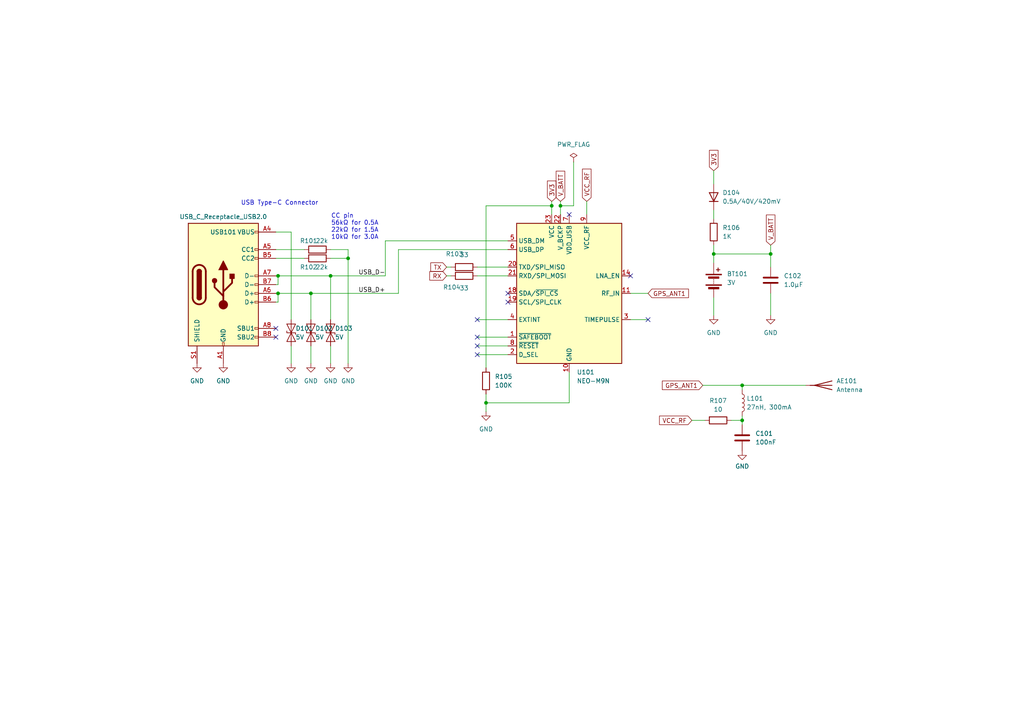
<source format=kicad_sch>
(kicad_sch
	(version 20231120)
	(generator "eeschema")
	(generator_version "8.0")
	(uuid "2be19654-2ec0-41d6-bb6d-e4f1d1fd569d")
	(paper "A4")
	(lib_symbols
		(symbol "Connector:USB_C_Receptacle_USB2.0"
			(pin_names
				(offset 1.016)
			)
			(exclude_from_sim no)
			(in_bom yes)
			(on_board yes)
			(property "Reference" "J"
				(at -10.16 19.05 0)
				(effects
					(font
						(size 1.27 1.27)
					)
					(justify left)
				)
			)
			(property "Value" "USB_C_Receptacle_USB2.0"
				(at 19.05 19.05 0)
				(effects
					(font
						(size 1.27 1.27)
					)
					(justify right)
				)
			)
			(property "Footprint" ""
				(at 3.81 0 0)
				(effects
					(font
						(size 1.27 1.27)
					)
					(hide yes)
				)
			)
			(property "Datasheet" "https://www.usb.org/sites/default/files/documents/usb_type-c.zip"
				(at 3.81 0 0)
				(effects
					(font
						(size 1.27 1.27)
					)
					(hide yes)
				)
			)
			(property "Description" "USB 2.0-only Type-C Receptacle connector"
				(at 0 0 0)
				(effects
					(font
						(size 1.27 1.27)
					)
					(hide yes)
				)
			)
			(property "ki_keywords" "usb universal serial bus type-C USB2.0"
				(at 0 0 0)
				(effects
					(font
						(size 1.27 1.27)
					)
					(hide yes)
				)
			)
			(property "ki_fp_filters" "USB*C*Receptacle*"
				(at 0 0 0)
				(effects
					(font
						(size 1.27 1.27)
					)
					(hide yes)
				)
			)
			(symbol "USB_C_Receptacle_USB2.0_0_0"
				(rectangle
					(start -0.254 -17.78)
					(end 0.254 -16.764)
					(stroke
						(width 0)
						(type default)
					)
					(fill
						(type none)
					)
				)
				(rectangle
					(start 10.16 -14.986)
					(end 9.144 -15.494)
					(stroke
						(width 0)
						(type default)
					)
					(fill
						(type none)
					)
				)
				(rectangle
					(start 10.16 -12.446)
					(end 9.144 -12.954)
					(stroke
						(width 0)
						(type default)
					)
					(fill
						(type none)
					)
				)
				(rectangle
					(start 10.16 -4.826)
					(end 9.144 -5.334)
					(stroke
						(width 0)
						(type default)
					)
					(fill
						(type none)
					)
				)
				(rectangle
					(start 10.16 -2.286)
					(end 9.144 -2.794)
					(stroke
						(width 0)
						(type default)
					)
					(fill
						(type none)
					)
				)
				(rectangle
					(start 10.16 0.254)
					(end 9.144 -0.254)
					(stroke
						(width 0)
						(type default)
					)
					(fill
						(type none)
					)
				)
				(rectangle
					(start 10.16 2.794)
					(end 9.144 2.286)
					(stroke
						(width 0)
						(type default)
					)
					(fill
						(type none)
					)
				)
				(rectangle
					(start 10.16 7.874)
					(end 9.144 7.366)
					(stroke
						(width 0)
						(type default)
					)
					(fill
						(type none)
					)
				)
				(rectangle
					(start 10.16 10.414)
					(end 9.144 9.906)
					(stroke
						(width 0)
						(type default)
					)
					(fill
						(type none)
					)
				)
				(rectangle
					(start 10.16 15.494)
					(end 9.144 14.986)
					(stroke
						(width 0)
						(type default)
					)
					(fill
						(type none)
					)
				)
			)
			(symbol "USB_C_Receptacle_USB2.0_0_1"
				(rectangle
					(start -10.16 17.78)
					(end 10.16 -17.78)
					(stroke
						(width 0.254)
						(type default)
					)
					(fill
						(type background)
					)
				)
				(arc
					(start -8.89 -3.81)
					(mid -6.985 -5.7067)
					(end -5.08 -3.81)
					(stroke
						(width 0.508)
						(type default)
					)
					(fill
						(type none)
					)
				)
				(arc
					(start -7.62 -3.81)
					(mid -6.985 -4.4423)
					(end -6.35 -3.81)
					(stroke
						(width 0.254)
						(type default)
					)
					(fill
						(type none)
					)
				)
				(arc
					(start -7.62 -3.81)
					(mid -6.985 -4.4423)
					(end -6.35 -3.81)
					(stroke
						(width 0.254)
						(type default)
					)
					(fill
						(type outline)
					)
				)
				(rectangle
					(start -7.62 -3.81)
					(end -6.35 3.81)
					(stroke
						(width 0.254)
						(type default)
					)
					(fill
						(type outline)
					)
				)
				(arc
					(start -6.35 3.81)
					(mid -6.985 4.4423)
					(end -7.62 3.81)
					(stroke
						(width 0.254)
						(type default)
					)
					(fill
						(type none)
					)
				)
				(arc
					(start -6.35 3.81)
					(mid -6.985 4.4423)
					(end -7.62 3.81)
					(stroke
						(width 0.254)
						(type default)
					)
					(fill
						(type outline)
					)
				)
				(arc
					(start -5.08 3.81)
					(mid -6.985 5.7067)
					(end -8.89 3.81)
					(stroke
						(width 0.508)
						(type default)
					)
					(fill
						(type none)
					)
				)
				(circle
					(center -2.54 1.143)
					(radius 0.635)
					(stroke
						(width 0.254)
						(type default)
					)
					(fill
						(type outline)
					)
				)
				(circle
					(center 0 -5.842)
					(radius 1.27)
					(stroke
						(width 0)
						(type default)
					)
					(fill
						(type outline)
					)
				)
				(polyline
					(pts
						(xy -8.89 -3.81) (xy -8.89 3.81)
					)
					(stroke
						(width 0.508)
						(type default)
					)
					(fill
						(type none)
					)
				)
				(polyline
					(pts
						(xy -5.08 3.81) (xy -5.08 -3.81)
					)
					(stroke
						(width 0.508)
						(type default)
					)
					(fill
						(type none)
					)
				)
				(polyline
					(pts
						(xy 0 -5.842) (xy 0 4.318)
					)
					(stroke
						(width 0.508)
						(type default)
					)
					(fill
						(type none)
					)
				)
				(polyline
					(pts
						(xy 0 -3.302) (xy -2.54 -0.762) (xy -2.54 0.508)
					)
					(stroke
						(width 0.508)
						(type default)
					)
					(fill
						(type none)
					)
				)
				(polyline
					(pts
						(xy 0 -2.032) (xy 2.54 0.508) (xy 2.54 1.778)
					)
					(stroke
						(width 0.508)
						(type default)
					)
					(fill
						(type none)
					)
				)
				(polyline
					(pts
						(xy -1.27 4.318) (xy 0 6.858) (xy 1.27 4.318) (xy -1.27 4.318)
					)
					(stroke
						(width 0.254)
						(type default)
					)
					(fill
						(type outline)
					)
				)
				(rectangle
					(start 1.905 1.778)
					(end 3.175 3.048)
					(stroke
						(width 0.254)
						(type default)
					)
					(fill
						(type outline)
					)
				)
			)
			(symbol "USB_C_Receptacle_USB2.0_1_1"
				(pin passive line
					(at 0 -22.86 90)
					(length 5.08)
					(name "GND"
						(effects
							(font
								(size 1.27 1.27)
							)
						)
					)
					(number "A1"
						(effects
							(font
								(size 1.27 1.27)
							)
						)
					)
				)
				(pin passive line
					(at 0 -22.86 90)
					(length 5.08) hide
					(name "GND"
						(effects
							(font
								(size 1.27 1.27)
							)
						)
					)
					(number "A12"
						(effects
							(font
								(size 1.27 1.27)
							)
						)
					)
				)
				(pin passive line
					(at 15.24 15.24 180)
					(length 5.08)
					(name "VBUS"
						(effects
							(font
								(size 1.27 1.27)
							)
						)
					)
					(number "A4"
						(effects
							(font
								(size 1.27 1.27)
							)
						)
					)
				)
				(pin bidirectional line
					(at 15.24 10.16 180)
					(length 5.08)
					(name "CC1"
						(effects
							(font
								(size 1.27 1.27)
							)
						)
					)
					(number "A5"
						(effects
							(font
								(size 1.27 1.27)
							)
						)
					)
				)
				(pin bidirectional line
					(at 15.24 -2.54 180)
					(length 5.08)
					(name "D+"
						(effects
							(font
								(size 1.27 1.27)
							)
						)
					)
					(number "A6"
						(effects
							(font
								(size 1.27 1.27)
							)
						)
					)
				)
				(pin bidirectional line
					(at 15.24 2.54 180)
					(length 5.08)
					(name "D-"
						(effects
							(font
								(size 1.27 1.27)
							)
						)
					)
					(number "A7"
						(effects
							(font
								(size 1.27 1.27)
							)
						)
					)
				)
				(pin bidirectional line
					(at 15.24 -12.7 180)
					(length 5.08)
					(name "SBU1"
						(effects
							(font
								(size 1.27 1.27)
							)
						)
					)
					(number "A8"
						(effects
							(font
								(size 1.27 1.27)
							)
						)
					)
				)
				(pin passive line
					(at 15.24 15.24 180)
					(length 5.08) hide
					(name "VBUS"
						(effects
							(font
								(size 1.27 1.27)
							)
						)
					)
					(number "A9"
						(effects
							(font
								(size 1.27 1.27)
							)
						)
					)
				)
				(pin passive line
					(at 0 -22.86 90)
					(length 5.08) hide
					(name "GND"
						(effects
							(font
								(size 1.27 1.27)
							)
						)
					)
					(number "B1"
						(effects
							(font
								(size 1.27 1.27)
							)
						)
					)
				)
				(pin passive line
					(at 0 -22.86 90)
					(length 5.08) hide
					(name "GND"
						(effects
							(font
								(size 1.27 1.27)
							)
						)
					)
					(number "B12"
						(effects
							(font
								(size 1.27 1.27)
							)
						)
					)
				)
				(pin passive line
					(at 15.24 15.24 180)
					(length 5.08) hide
					(name "VBUS"
						(effects
							(font
								(size 1.27 1.27)
							)
						)
					)
					(number "B4"
						(effects
							(font
								(size 1.27 1.27)
							)
						)
					)
				)
				(pin bidirectional line
					(at 15.24 7.62 180)
					(length 5.08)
					(name "CC2"
						(effects
							(font
								(size 1.27 1.27)
							)
						)
					)
					(number "B5"
						(effects
							(font
								(size 1.27 1.27)
							)
						)
					)
				)
				(pin bidirectional line
					(at 15.24 -5.08 180)
					(length 5.08)
					(name "D+"
						(effects
							(font
								(size 1.27 1.27)
							)
						)
					)
					(number "B6"
						(effects
							(font
								(size 1.27 1.27)
							)
						)
					)
				)
				(pin bidirectional line
					(at 15.24 0 180)
					(length 5.08)
					(name "D-"
						(effects
							(font
								(size 1.27 1.27)
							)
						)
					)
					(number "B7"
						(effects
							(font
								(size 1.27 1.27)
							)
						)
					)
				)
				(pin bidirectional line
					(at 15.24 -15.24 180)
					(length 5.08)
					(name "SBU2"
						(effects
							(font
								(size 1.27 1.27)
							)
						)
					)
					(number "B8"
						(effects
							(font
								(size 1.27 1.27)
							)
						)
					)
				)
				(pin passive line
					(at 15.24 15.24 180)
					(length 5.08) hide
					(name "VBUS"
						(effects
							(font
								(size 1.27 1.27)
							)
						)
					)
					(number "B9"
						(effects
							(font
								(size 1.27 1.27)
							)
						)
					)
				)
				(pin passive line
					(at -7.62 -22.86 90)
					(length 5.08)
					(name "SHIELD"
						(effects
							(font
								(size 1.27 1.27)
							)
						)
					)
					(number "S1"
						(effects
							(font
								(size 1.27 1.27)
							)
						)
					)
				)
			)
		)
		(symbol "Device:Antenna"
			(pin_numbers hide)
			(pin_names
				(offset 1.016) hide)
			(exclude_from_sim no)
			(in_bom yes)
			(on_board yes)
			(property "Reference" "AE"
				(at -1.905 1.905 0)
				(effects
					(font
						(size 1.27 1.27)
					)
					(justify right)
				)
			)
			(property "Value" "Antenna"
				(at -1.905 0 0)
				(effects
					(font
						(size 1.27 1.27)
					)
					(justify right)
				)
			)
			(property "Footprint" ""
				(at 0 0 0)
				(effects
					(font
						(size 1.27 1.27)
					)
					(hide yes)
				)
			)
			(property "Datasheet" "~"
				(at 0 0 0)
				(effects
					(font
						(size 1.27 1.27)
					)
					(hide yes)
				)
			)
			(property "Description" "Antenna"
				(at 0 0 0)
				(effects
					(font
						(size 1.27 1.27)
					)
					(hide yes)
				)
			)
			(property "ki_keywords" "antenna"
				(at 0 0 0)
				(effects
					(font
						(size 1.27 1.27)
					)
					(hide yes)
				)
			)
			(symbol "Antenna_0_1"
				(polyline
					(pts
						(xy 0 2.54) (xy 0 -3.81)
					)
					(stroke
						(width 0.254)
						(type default)
					)
					(fill
						(type none)
					)
				)
				(polyline
					(pts
						(xy 1.27 2.54) (xy 0 -2.54) (xy -1.27 2.54)
					)
					(stroke
						(width 0.254)
						(type default)
					)
					(fill
						(type none)
					)
				)
			)
			(symbol "Antenna_1_1"
				(pin input line
					(at 0 -5.08 90)
					(length 2.54)
					(name "A"
						(effects
							(font
								(size 1.27 1.27)
							)
						)
					)
					(number "1"
						(effects
							(font
								(size 1.27 1.27)
							)
						)
					)
				)
			)
		)
		(symbol "Device:Battery"
			(pin_numbers hide)
			(pin_names
				(offset 0) hide)
			(exclude_from_sim no)
			(in_bom yes)
			(on_board yes)
			(property "Reference" "BT"
				(at 2.54 2.54 0)
				(effects
					(font
						(size 1.27 1.27)
					)
					(justify left)
				)
			)
			(property "Value" "Battery"
				(at 2.54 0 0)
				(effects
					(font
						(size 1.27 1.27)
					)
					(justify left)
				)
			)
			(property "Footprint" ""
				(at 0 1.524 90)
				(effects
					(font
						(size 1.27 1.27)
					)
					(hide yes)
				)
			)
			(property "Datasheet" "~"
				(at 0 1.524 90)
				(effects
					(font
						(size 1.27 1.27)
					)
					(hide yes)
				)
			)
			(property "Description" "Multiple-cell battery"
				(at 0 0 0)
				(effects
					(font
						(size 1.27 1.27)
					)
					(hide yes)
				)
			)
			(property "ki_keywords" "batt voltage-source cell"
				(at 0 0 0)
				(effects
					(font
						(size 1.27 1.27)
					)
					(hide yes)
				)
			)
			(symbol "Battery_0_1"
				(rectangle
					(start -2.286 -1.27)
					(end 2.286 -1.524)
					(stroke
						(width 0)
						(type default)
					)
					(fill
						(type outline)
					)
				)
				(rectangle
					(start -2.286 1.778)
					(end 2.286 1.524)
					(stroke
						(width 0)
						(type default)
					)
					(fill
						(type outline)
					)
				)
				(rectangle
					(start -1.524 -2.032)
					(end 1.524 -2.54)
					(stroke
						(width 0)
						(type default)
					)
					(fill
						(type outline)
					)
				)
				(rectangle
					(start -1.524 1.016)
					(end 1.524 0.508)
					(stroke
						(width 0)
						(type default)
					)
					(fill
						(type outline)
					)
				)
				(polyline
					(pts
						(xy 0 -1.016) (xy 0 -0.762)
					)
					(stroke
						(width 0)
						(type default)
					)
					(fill
						(type none)
					)
				)
				(polyline
					(pts
						(xy 0 -0.508) (xy 0 -0.254)
					)
					(stroke
						(width 0)
						(type default)
					)
					(fill
						(type none)
					)
				)
				(polyline
					(pts
						(xy 0 0) (xy 0 0.254)
					)
					(stroke
						(width 0)
						(type default)
					)
					(fill
						(type none)
					)
				)
				(polyline
					(pts
						(xy 0 1.778) (xy 0 2.54)
					)
					(stroke
						(width 0)
						(type default)
					)
					(fill
						(type none)
					)
				)
				(polyline
					(pts
						(xy 0.762 3.048) (xy 1.778 3.048)
					)
					(stroke
						(width 0.254)
						(type default)
					)
					(fill
						(type none)
					)
				)
				(polyline
					(pts
						(xy 1.27 3.556) (xy 1.27 2.54)
					)
					(stroke
						(width 0.254)
						(type default)
					)
					(fill
						(type none)
					)
				)
			)
			(symbol "Battery_1_1"
				(pin passive line
					(at 0 5.08 270)
					(length 2.54)
					(name "+"
						(effects
							(font
								(size 1.27 1.27)
							)
						)
					)
					(number "1"
						(effects
							(font
								(size 1.27 1.27)
							)
						)
					)
				)
				(pin passive line
					(at 0 -5.08 90)
					(length 2.54)
					(name "-"
						(effects
							(font
								(size 1.27 1.27)
							)
						)
					)
					(number "2"
						(effects
							(font
								(size 1.27 1.27)
							)
						)
					)
				)
			)
		)
		(symbol "Device:C"
			(pin_numbers hide)
			(pin_names
				(offset 0.254)
			)
			(exclude_from_sim no)
			(in_bom yes)
			(on_board yes)
			(property "Reference" "C"
				(at 0.635 2.54 0)
				(effects
					(font
						(size 1.27 1.27)
					)
					(justify left)
				)
			)
			(property "Value" "C"
				(at 0.635 -2.54 0)
				(effects
					(font
						(size 1.27 1.27)
					)
					(justify left)
				)
			)
			(property "Footprint" ""
				(at 0.9652 -3.81 0)
				(effects
					(font
						(size 1.27 1.27)
					)
					(hide yes)
				)
			)
			(property "Datasheet" "~"
				(at 0 0 0)
				(effects
					(font
						(size 1.27 1.27)
					)
					(hide yes)
				)
			)
			(property "Description" "Unpolarized capacitor"
				(at 0 0 0)
				(effects
					(font
						(size 1.27 1.27)
					)
					(hide yes)
				)
			)
			(property "ki_keywords" "cap capacitor"
				(at 0 0 0)
				(effects
					(font
						(size 1.27 1.27)
					)
					(hide yes)
				)
			)
			(property "ki_fp_filters" "C_*"
				(at 0 0 0)
				(effects
					(font
						(size 1.27 1.27)
					)
					(hide yes)
				)
			)
			(symbol "C_0_1"
				(polyline
					(pts
						(xy -2.032 -0.762) (xy 2.032 -0.762)
					)
					(stroke
						(width 0.508)
						(type default)
					)
					(fill
						(type none)
					)
				)
				(polyline
					(pts
						(xy -2.032 0.762) (xy 2.032 0.762)
					)
					(stroke
						(width 0.508)
						(type default)
					)
					(fill
						(type none)
					)
				)
			)
			(symbol "C_1_1"
				(pin passive line
					(at 0 3.81 270)
					(length 2.794)
					(name "~"
						(effects
							(font
								(size 1.27 1.27)
							)
						)
					)
					(number "1"
						(effects
							(font
								(size 1.27 1.27)
							)
						)
					)
				)
				(pin passive line
					(at 0 -3.81 90)
					(length 2.794)
					(name "~"
						(effects
							(font
								(size 1.27 1.27)
							)
						)
					)
					(number "2"
						(effects
							(font
								(size 1.27 1.27)
							)
						)
					)
				)
			)
		)
		(symbol "Device:D"
			(pin_numbers hide)
			(pin_names
				(offset 1.016) hide)
			(exclude_from_sim no)
			(in_bom yes)
			(on_board yes)
			(property "Reference" "D"
				(at 0 2.54 0)
				(effects
					(font
						(size 1.27 1.27)
					)
				)
			)
			(property "Value" "D"
				(at 0 -2.54 0)
				(effects
					(font
						(size 1.27 1.27)
					)
				)
			)
			(property "Footprint" ""
				(at 0 0 0)
				(effects
					(font
						(size 1.27 1.27)
					)
					(hide yes)
				)
			)
			(property "Datasheet" "~"
				(at 0 0 0)
				(effects
					(font
						(size 1.27 1.27)
					)
					(hide yes)
				)
			)
			(property "Description" "Diode"
				(at 0 0 0)
				(effects
					(font
						(size 1.27 1.27)
					)
					(hide yes)
				)
			)
			(property "Sim.Device" "D"
				(at 0 0 0)
				(effects
					(font
						(size 1.27 1.27)
					)
					(hide yes)
				)
			)
			(property "Sim.Pins" "1=K 2=A"
				(at 0 0 0)
				(effects
					(font
						(size 1.27 1.27)
					)
					(hide yes)
				)
			)
			(property "ki_keywords" "diode"
				(at 0 0 0)
				(effects
					(font
						(size 1.27 1.27)
					)
					(hide yes)
				)
			)
			(property "ki_fp_filters" "TO-???* *_Diode_* *SingleDiode* D_*"
				(at 0 0 0)
				(effects
					(font
						(size 1.27 1.27)
					)
					(hide yes)
				)
			)
			(symbol "D_0_1"
				(polyline
					(pts
						(xy -1.27 1.27) (xy -1.27 -1.27)
					)
					(stroke
						(width 0.254)
						(type default)
					)
					(fill
						(type none)
					)
				)
				(polyline
					(pts
						(xy 1.27 0) (xy -1.27 0)
					)
					(stroke
						(width 0)
						(type default)
					)
					(fill
						(type none)
					)
				)
				(polyline
					(pts
						(xy 1.27 1.27) (xy 1.27 -1.27) (xy -1.27 0) (xy 1.27 1.27)
					)
					(stroke
						(width 0.254)
						(type default)
					)
					(fill
						(type none)
					)
				)
			)
			(symbol "D_1_1"
				(pin passive line
					(at -3.81 0 0)
					(length 2.54)
					(name "K"
						(effects
							(font
								(size 1.27 1.27)
							)
						)
					)
					(number "1"
						(effects
							(font
								(size 1.27 1.27)
							)
						)
					)
				)
				(pin passive line
					(at 3.81 0 180)
					(length 2.54)
					(name "A"
						(effects
							(font
								(size 1.27 1.27)
							)
						)
					)
					(number "2"
						(effects
							(font
								(size 1.27 1.27)
							)
						)
					)
				)
			)
		)
		(symbol "Device:L"
			(pin_numbers hide)
			(pin_names
				(offset 1.016) hide)
			(exclude_from_sim no)
			(in_bom yes)
			(on_board yes)
			(property "Reference" "L"
				(at -1.27 0 90)
				(effects
					(font
						(size 1.27 1.27)
					)
				)
			)
			(property "Value" "L"
				(at 1.905 0 90)
				(effects
					(font
						(size 1.27 1.27)
					)
				)
			)
			(property "Footprint" ""
				(at 0 0 0)
				(effects
					(font
						(size 1.27 1.27)
					)
					(hide yes)
				)
			)
			(property "Datasheet" "~"
				(at 0 0 0)
				(effects
					(font
						(size 1.27 1.27)
					)
					(hide yes)
				)
			)
			(property "Description" "Inductor"
				(at 0 0 0)
				(effects
					(font
						(size 1.27 1.27)
					)
					(hide yes)
				)
			)
			(property "ki_keywords" "inductor choke coil reactor magnetic"
				(at 0 0 0)
				(effects
					(font
						(size 1.27 1.27)
					)
					(hide yes)
				)
			)
			(property "ki_fp_filters" "Choke_* *Coil* Inductor_* L_*"
				(at 0 0 0)
				(effects
					(font
						(size 1.27 1.27)
					)
					(hide yes)
				)
			)
			(symbol "L_0_1"
				(arc
					(start 0 -2.54)
					(mid 0.6323 -1.905)
					(end 0 -1.27)
					(stroke
						(width 0)
						(type default)
					)
					(fill
						(type none)
					)
				)
				(arc
					(start 0 -1.27)
					(mid 0.6323 -0.635)
					(end 0 0)
					(stroke
						(width 0)
						(type default)
					)
					(fill
						(type none)
					)
				)
				(arc
					(start 0 0)
					(mid 0.6323 0.635)
					(end 0 1.27)
					(stroke
						(width 0)
						(type default)
					)
					(fill
						(type none)
					)
				)
				(arc
					(start 0 1.27)
					(mid 0.6323 1.905)
					(end 0 2.54)
					(stroke
						(width 0)
						(type default)
					)
					(fill
						(type none)
					)
				)
			)
			(symbol "L_1_1"
				(pin passive line
					(at 0 3.81 270)
					(length 1.27)
					(name "1"
						(effects
							(font
								(size 1.27 1.27)
							)
						)
					)
					(number "1"
						(effects
							(font
								(size 1.27 1.27)
							)
						)
					)
				)
				(pin passive line
					(at 0 -3.81 90)
					(length 1.27)
					(name "2"
						(effects
							(font
								(size 1.27 1.27)
							)
						)
					)
					(number "2"
						(effects
							(font
								(size 1.27 1.27)
							)
						)
					)
				)
			)
		)
		(symbol "Device:R"
			(pin_numbers hide)
			(pin_names
				(offset 0)
			)
			(exclude_from_sim no)
			(in_bom yes)
			(on_board yes)
			(property "Reference" "R"
				(at 2.032 0 90)
				(effects
					(font
						(size 1.27 1.27)
					)
				)
			)
			(property "Value" "R"
				(at 0 0 90)
				(effects
					(font
						(size 1.27 1.27)
					)
				)
			)
			(property "Footprint" ""
				(at -1.778 0 90)
				(effects
					(font
						(size 1.27 1.27)
					)
					(hide yes)
				)
			)
			(property "Datasheet" "~"
				(at 0 0 0)
				(effects
					(font
						(size 1.27 1.27)
					)
					(hide yes)
				)
			)
			(property "Description" "Resistor"
				(at 0 0 0)
				(effects
					(font
						(size 1.27 1.27)
					)
					(hide yes)
				)
			)
			(property "ki_keywords" "R res resistor"
				(at 0 0 0)
				(effects
					(font
						(size 1.27 1.27)
					)
					(hide yes)
				)
			)
			(property "ki_fp_filters" "R_*"
				(at 0 0 0)
				(effects
					(font
						(size 1.27 1.27)
					)
					(hide yes)
				)
			)
			(symbol "R_0_1"
				(rectangle
					(start -1.016 -2.54)
					(end 1.016 2.54)
					(stroke
						(width 0.254)
						(type default)
					)
					(fill
						(type none)
					)
				)
			)
			(symbol "R_1_1"
				(pin passive line
					(at 0 3.81 270)
					(length 1.27)
					(name "~"
						(effects
							(font
								(size 1.27 1.27)
							)
						)
					)
					(number "1"
						(effects
							(font
								(size 1.27 1.27)
							)
						)
					)
				)
				(pin passive line
					(at 0 -3.81 90)
					(length 1.27)
					(name "~"
						(effects
							(font
								(size 1.27 1.27)
							)
						)
					)
					(number "2"
						(effects
							(font
								(size 1.27 1.27)
							)
						)
					)
				)
			)
		)
		(symbol "Diode:ESD9B5.0ST5G"
			(pin_numbers hide)
			(pin_names
				(offset 1.016) hide)
			(exclude_from_sim no)
			(in_bom yes)
			(on_board yes)
			(property "Reference" "D"
				(at 0 2.54 0)
				(effects
					(font
						(size 1.27 1.27)
					)
				)
			)
			(property "Value" "ESD9B5.0ST5G"
				(at 0 -2.54 0)
				(effects
					(font
						(size 1.27 1.27)
					)
				)
			)
			(property "Footprint" "Diode_SMD:D_SOD-923"
				(at 0 0 0)
				(effects
					(font
						(size 1.27 1.27)
					)
					(hide yes)
				)
			)
			(property "Datasheet" "https://www.onsemi.com/pub/Collateral/ESD9B-D.PDF"
				(at 0 0 0)
				(effects
					(font
						(size 1.27 1.27)
					)
					(hide yes)
				)
			)
			(property "Description" "ESD protection diode, 5.0Vrwm, SOD-923"
				(at 0 0 0)
				(effects
					(font
						(size 1.27 1.27)
					)
					(hide yes)
				)
			)
			(property "ki_keywords" "diode TVS ESD"
				(at 0 0 0)
				(effects
					(font
						(size 1.27 1.27)
					)
					(hide yes)
				)
			)
			(property "ki_fp_filters" "D*SOD?923*"
				(at 0 0 0)
				(effects
					(font
						(size 1.27 1.27)
					)
					(hide yes)
				)
			)
			(symbol "ESD9B5.0ST5G_0_1"
				(polyline
					(pts
						(xy 1.27 0) (xy -1.27 0)
					)
					(stroke
						(width 0)
						(type default)
					)
					(fill
						(type none)
					)
				)
				(polyline
					(pts
						(xy -2.54 -1.27) (xy 0 0) (xy -2.54 1.27) (xy -2.54 -1.27)
					)
					(stroke
						(width 0.2032)
						(type default)
					)
					(fill
						(type none)
					)
				)
				(polyline
					(pts
						(xy 0.508 1.27) (xy 0 1.27) (xy 0 -1.27) (xy -0.508 -1.27)
					)
					(stroke
						(width 0.2032)
						(type default)
					)
					(fill
						(type none)
					)
				)
				(polyline
					(pts
						(xy 2.54 1.27) (xy 2.54 -1.27) (xy 0 0) (xy 2.54 1.27)
					)
					(stroke
						(width 0.2032)
						(type default)
					)
					(fill
						(type none)
					)
				)
			)
			(symbol "ESD9B5.0ST5G_1_1"
				(pin passive line
					(at -3.81 0 0)
					(length 2.54)
					(name "A1"
						(effects
							(font
								(size 1.27 1.27)
							)
						)
					)
					(number "1"
						(effects
							(font
								(size 1.27 1.27)
							)
						)
					)
				)
				(pin passive line
					(at 3.81 0 180)
					(length 2.54)
					(name "A2"
						(effects
							(font
								(size 1.27 1.27)
							)
						)
					)
					(number "2"
						(effects
							(font
								(size 1.27 1.27)
							)
						)
					)
				)
			)
		)
		(symbol "RF_GPS:NEO-M9N"
			(exclude_from_sim no)
			(in_bom yes)
			(on_board yes)
			(property "Reference" "U"
				(at -13.97 21.59 0)
				(effects
					(font
						(size 1.27 1.27)
					)
				)
			)
			(property "Value" "NEO-M9N"
				(at 11.43 21.59 0)
				(effects
					(font
						(size 1.27 1.27)
					)
				)
			)
			(property "Footprint" "RF_GPS:ublox_NEO"
				(at 10.16 -21.59 0)
				(effects
					(font
						(size 1.27 1.27)
					)
					(hide yes)
				)
			)
			(property "Datasheet" "https://www.u-blox.com/sites/default/files/NEO-M9N-00B_DataSheet_UBX-19014285.pdf"
				(at 0 0 0)
				(effects
					(font
						(size 1.27 1.27)
					)
					(hide yes)
				)
			)
			(property "Description" "GNSS Module NEO M8, VCC 2.7V to 3.6V"
				(at 0 0 0)
				(effects
					(font
						(size 1.27 1.27)
					)
					(hide yes)
				)
			)
			(property "ki_keywords" "ublox GPS GNSS module"
				(at 0 0 0)
				(effects
					(font
						(size 1.27 1.27)
					)
					(hide yes)
				)
			)
			(property "ki_fp_filters" "ublox*NEO*"
				(at 0 0 0)
				(effects
					(font
						(size 1.27 1.27)
					)
					(hide yes)
				)
			)
			(symbol "NEO-M9N_0_1"
				(rectangle
					(start -15.24 20.32)
					(end 15.24 -20.32)
					(stroke
						(width 0.254)
						(type default)
					)
					(fill
						(type background)
					)
				)
			)
			(symbol "NEO-M9N_1_1"
				(pin input line
					(at -17.78 -12.7 0)
					(length 2.54)
					(name "~{SAFEBOOT}"
						(effects
							(font
								(size 1.27 1.27)
							)
						)
					)
					(number "1"
						(effects
							(font
								(size 1.27 1.27)
							)
						)
					)
				)
				(pin power_in line
					(at 0 -22.86 90)
					(length 2.54)
					(name "GND"
						(effects
							(font
								(size 1.27 1.27)
							)
						)
					)
					(number "10"
						(effects
							(font
								(size 1.27 1.27)
							)
						)
					)
				)
				(pin input line
					(at 17.78 0 180)
					(length 2.54)
					(name "RF_IN"
						(effects
							(font
								(size 1.27 1.27)
							)
						)
					)
					(number "11"
						(effects
							(font
								(size 1.27 1.27)
							)
						)
					)
				)
				(pin passive line
					(at 0 -22.86 90)
					(length 2.54) hide
					(name "GND"
						(effects
							(font
								(size 1.27 1.27)
							)
						)
					)
					(number "12"
						(effects
							(font
								(size 1.27 1.27)
							)
						)
					)
				)
				(pin passive line
					(at 0 -22.86 90)
					(length 2.54) hide
					(name "GND"
						(effects
							(font
								(size 1.27 1.27)
							)
						)
					)
					(number "13"
						(effects
							(font
								(size 1.27 1.27)
							)
						)
					)
				)
				(pin output line
					(at 17.78 5.08 180)
					(length 2.54)
					(name "LNA_EN"
						(effects
							(font
								(size 1.27 1.27)
							)
						)
					)
					(number "14"
						(effects
							(font
								(size 1.27 1.27)
							)
						)
					)
				)
				(pin no_connect line
					(at 15.24 -10.16 180)
					(length 2.54) hide
					(name "RESERVED"
						(effects
							(font
								(size 1.27 1.27)
							)
						)
					)
					(number "15"
						(effects
							(font
								(size 1.27 1.27)
							)
						)
					)
				)
				(pin no_connect line
					(at 15.24 -12.7 180)
					(length 2.54) hide
					(name "RESERVED"
						(effects
							(font
								(size 1.27 1.27)
							)
						)
					)
					(number "16"
						(effects
							(font
								(size 1.27 1.27)
							)
						)
					)
				)
				(pin no_connect line
					(at 15.24 -15.24 180)
					(length 2.54) hide
					(name "RESERVED"
						(effects
							(font
								(size 1.27 1.27)
							)
						)
					)
					(number "17"
						(effects
							(font
								(size 1.27 1.27)
							)
						)
					)
				)
				(pin bidirectional line
					(at -17.78 0 0)
					(length 2.54)
					(name "SDA/~{SPI_CS}"
						(effects
							(font
								(size 1.27 1.27)
							)
						)
					)
					(number "18"
						(effects
							(font
								(size 1.27 1.27)
							)
						)
					)
				)
				(pin input line
					(at -17.78 -2.54 0)
					(length 2.54)
					(name "SCL/SPI_CLK"
						(effects
							(font
								(size 1.27 1.27)
							)
						)
					)
					(number "19"
						(effects
							(font
								(size 1.27 1.27)
							)
						)
					)
				)
				(pin input line
					(at -17.78 -17.78 0)
					(length 2.54)
					(name "D_SEL"
						(effects
							(font
								(size 1.27 1.27)
							)
						)
					)
					(number "2"
						(effects
							(font
								(size 1.27 1.27)
							)
						)
					)
				)
				(pin output line
					(at -17.78 7.62 0)
					(length 2.54)
					(name "TXD/SPI_MISO"
						(effects
							(font
								(size 1.27 1.27)
							)
						)
					)
					(number "20"
						(effects
							(font
								(size 1.27 1.27)
							)
						)
					)
				)
				(pin input line
					(at -17.78 5.08 0)
					(length 2.54)
					(name "RXD/SPI_MOSI"
						(effects
							(font
								(size 1.27 1.27)
							)
						)
					)
					(number "21"
						(effects
							(font
								(size 1.27 1.27)
							)
						)
					)
				)
				(pin power_in line
					(at -2.54 22.86 270)
					(length 2.54)
					(name "V_BCKP"
						(effects
							(font
								(size 1.27 1.27)
							)
						)
					)
					(number "22"
						(effects
							(font
								(size 1.27 1.27)
							)
						)
					)
				)
				(pin power_in line
					(at -5.08 22.86 270)
					(length 2.54)
					(name "VCC"
						(effects
							(font
								(size 1.27 1.27)
							)
						)
					)
					(number "23"
						(effects
							(font
								(size 1.27 1.27)
							)
						)
					)
				)
				(pin passive line
					(at 0 -22.86 90)
					(length 2.54) hide
					(name "GND"
						(effects
							(font
								(size 1.27 1.27)
							)
						)
					)
					(number "24"
						(effects
							(font
								(size 1.27 1.27)
							)
						)
					)
				)
				(pin output line
					(at 17.78 -7.62 180)
					(length 2.54)
					(name "TIMEPULSE"
						(effects
							(font
								(size 1.27 1.27)
							)
						)
					)
					(number "3"
						(effects
							(font
								(size 1.27 1.27)
							)
						)
					)
				)
				(pin input line
					(at -17.78 -7.62 0)
					(length 2.54)
					(name "EXTINT"
						(effects
							(font
								(size 1.27 1.27)
							)
						)
					)
					(number "4"
						(effects
							(font
								(size 1.27 1.27)
							)
						)
					)
				)
				(pin bidirectional line
					(at -17.78 15.24 0)
					(length 2.54)
					(name "USB_DM"
						(effects
							(font
								(size 1.27 1.27)
							)
						)
					)
					(number "5"
						(effects
							(font
								(size 1.27 1.27)
							)
						)
					)
				)
				(pin bidirectional line
					(at -17.78 12.7 0)
					(length 2.54)
					(name "USB_DP"
						(effects
							(font
								(size 1.27 1.27)
							)
						)
					)
					(number "6"
						(effects
							(font
								(size 1.27 1.27)
							)
						)
					)
				)
				(pin power_in line
					(at 0 22.86 270)
					(length 2.54)
					(name "VDD_USB"
						(effects
							(font
								(size 1.27 1.27)
							)
						)
					)
					(number "7"
						(effects
							(font
								(size 1.27 1.27)
							)
						)
					)
				)
				(pin input line
					(at -17.78 -15.24 0)
					(length 2.54)
					(name "~{RESET}"
						(effects
							(font
								(size 1.27 1.27)
							)
						)
					)
					(number "8"
						(effects
							(font
								(size 1.27 1.27)
							)
						)
					)
				)
				(pin power_out line
					(at 5.08 22.86 270)
					(length 2.54)
					(name "VCC_RF"
						(effects
							(font
								(size 1.27 1.27)
							)
						)
					)
					(number "9"
						(effects
							(font
								(size 1.27 1.27)
							)
						)
					)
				)
			)
		)
		(symbol "power:GND"
			(power)
			(pin_names
				(offset 0)
			)
			(exclude_from_sim no)
			(in_bom yes)
			(on_board yes)
			(property "Reference" "#PWR"
				(at 0 -6.35 0)
				(effects
					(font
						(size 1.27 1.27)
					)
					(hide yes)
				)
			)
			(property "Value" "GND"
				(at 0 -3.81 0)
				(effects
					(font
						(size 1.27 1.27)
					)
				)
			)
			(property "Footprint" ""
				(at 0 0 0)
				(effects
					(font
						(size 1.27 1.27)
					)
					(hide yes)
				)
			)
			(property "Datasheet" ""
				(at 0 0 0)
				(effects
					(font
						(size 1.27 1.27)
					)
					(hide yes)
				)
			)
			(property "Description" "Power symbol creates a global label with name \"GND\" , ground"
				(at 0 0 0)
				(effects
					(font
						(size 1.27 1.27)
					)
					(hide yes)
				)
			)
			(property "ki_keywords" "global power"
				(at 0 0 0)
				(effects
					(font
						(size 1.27 1.27)
					)
					(hide yes)
				)
			)
			(symbol "GND_0_1"
				(polyline
					(pts
						(xy 0 0) (xy 0 -1.27) (xy 1.27 -1.27) (xy 0 -2.54) (xy -1.27 -1.27) (xy 0 -1.27)
					)
					(stroke
						(width 0)
						(type default)
					)
					(fill
						(type none)
					)
				)
			)
			(symbol "GND_1_1"
				(pin power_in line
					(at 0 0 270)
					(length 0) hide
					(name "GND"
						(effects
							(font
								(size 1.27 1.27)
							)
						)
					)
					(number "1"
						(effects
							(font
								(size 1.27 1.27)
							)
						)
					)
				)
			)
		)
		(symbol "power:PWR_FLAG"
			(power)
			(pin_numbers hide)
			(pin_names
				(offset 0) hide)
			(exclude_from_sim no)
			(in_bom yes)
			(on_board yes)
			(property "Reference" "#FLG"
				(at 0 1.905 0)
				(effects
					(font
						(size 1.27 1.27)
					)
					(hide yes)
				)
			)
			(property "Value" "PWR_FLAG"
				(at 0 3.81 0)
				(effects
					(font
						(size 1.27 1.27)
					)
				)
			)
			(property "Footprint" ""
				(at 0 0 0)
				(effects
					(font
						(size 1.27 1.27)
					)
					(hide yes)
				)
			)
			(property "Datasheet" "~"
				(at 0 0 0)
				(effects
					(font
						(size 1.27 1.27)
					)
					(hide yes)
				)
			)
			(property "Description" "Special symbol for telling ERC where power comes from"
				(at 0 0 0)
				(effects
					(font
						(size 1.27 1.27)
					)
					(hide yes)
				)
			)
			(property "ki_keywords" "flag power"
				(at 0 0 0)
				(effects
					(font
						(size 1.27 1.27)
					)
					(hide yes)
				)
			)
			(symbol "PWR_FLAG_0_0"
				(pin power_out line
					(at 0 0 90)
					(length 0)
					(name "pwr"
						(effects
							(font
								(size 1.27 1.27)
							)
						)
					)
					(number "1"
						(effects
							(font
								(size 1.27 1.27)
							)
						)
					)
				)
			)
			(symbol "PWR_FLAG_0_1"
				(polyline
					(pts
						(xy 0 0) (xy 0 1.27) (xy -1.016 1.905) (xy 0 2.54) (xy 1.016 1.905) (xy 0 1.27)
					)
					(stroke
						(width 0)
						(type default)
					)
					(fill
						(type none)
					)
				)
			)
		)
	)
	(junction
		(at 160.02 59.69)
		(diameter 0)
		(color 0 0 0 0)
		(uuid "0e392e03-07ba-403e-a468-87a2a9c23daa")
	)
	(junction
		(at 100.965 74.93)
		(diameter 0)
		(color 0 0 0 0)
		(uuid "41b65a7f-0026-454e-84ae-2b3af4c15c8e")
	)
	(junction
		(at 140.97 116.84)
		(diameter 0)
		(color 0 0 0 0)
		(uuid "5be390af-c7d8-4307-a029-6763ce7cbd2e")
	)
	(junction
		(at 207.01 73.66)
		(diameter 0)
		(color 0 0 0 0)
		(uuid "5f200944-cf3b-4c0e-a976-d3cfb4706235")
	)
	(junction
		(at 80.645 85.09)
		(diameter 0)
		(color 0 0 0 0)
		(uuid "5f79b323-fd1a-4e52-a26f-2f1e7761be4f")
	)
	(junction
		(at 80.645 80.01)
		(diameter 0)
		(color 0 0 0 0)
		(uuid "6730a488-e445-4ccf-87c5-4694d9d1056b")
	)
	(junction
		(at 90.17 85.09)
		(diameter 0)
		(color 0 0 0 0)
		(uuid "872e5246-b1cd-458a-a002-522087d033ad")
	)
	(junction
		(at 223.52 73.66)
		(diameter 0)
		(color 0 0 0 0)
		(uuid "b9dee07e-bd68-4cae-9527-d9fef31f211b")
	)
	(junction
		(at 215.265 111.76)
		(diameter 0)
		(color 0 0 0 0)
		(uuid "c9c9100f-d4ad-4143-a2a1-5d1b81272245")
	)
	(junction
		(at 215.265 121.92)
		(diameter 0)
		(color 0 0 0 0)
		(uuid "da2fd320-8e8b-4caa-87b0-1d8155189e09")
	)
	(junction
		(at 162.56 59.69)
		(diameter 0)
		(color 0 0 0 0)
		(uuid "e853e82b-da41-4e44-b810-882c2563518a")
	)
	(junction
		(at 95.885 80.01)
		(diameter 0)
		(color 0 0 0 0)
		(uuid "ee87c339-95ea-4da0-983b-5a4e8bd9e39e")
	)
	(no_connect
		(at 187.96 92.71)
		(uuid "1729ec97-018a-4cee-b0a0-1884fb8dfd0c")
	)
	(no_connect
		(at 165.1 62.23)
		(uuid "24a4e81a-1b6e-49f5-9cf6-b84d828e83e5")
	)
	(no_connect
		(at 147.32 85.09)
		(uuid "30de81b0-ca58-4df5-abea-7c0010006820")
	)
	(no_connect
		(at 80.01 97.79)
		(uuid "66ebb638-1d39-480e-a699-6fa5f919c2bc")
	)
	(no_connect
		(at 138.43 97.79)
		(uuid "73fa1b97-d7a8-4a08-91ee-ccf1fec3edbd")
	)
	(no_connect
		(at 138.43 100.33)
		(uuid "b230d327-bed0-43f3-91bc-671c2eec190f")
	)
	(no_connect
		(at 80.01 95.25)
		(uuid "c5307d48-51aa-42c8-9690-1a315c3b7633")
	)
	(no_connect
		(at 138.43 92.71)
		(uuid "c5f739b6-57cd-4def-8e6b-9eb3666e31b8")
	)
	(no_connect
		(at 182.88 80.01)
		(uuid "d1f3675b-5c9f-4fc3-929a-60761d0eb9f3")
	)
	(no_connect
		(at 147.32 87.63)
		(uuid "dc682e2e-2e6f-4f76-a83b-be053d61a2ae")
	)
	(no_connect
		(at 138.43 102.87)
		(uuid "fd9b49e1-5cfa-42d4-8de4-be30af98a5de")
	)
	(wire
		(pts
			(xy 95.885 80.01) (xy 111.76 80.01)
		)
		(stroke
			(width 0)
			(type default)
		)
		(uuid "078680dc-bcb2-4993-9a36-3f10b3495786")
	)
	(wire
		(pts
			(xy 223.52 73.66) (xy 223.52 77.47)
		)
		(stroke
			(width 0)
			(type default)
		)
		(uuid "08a0e60a-f6aa-4ea2-87f5-6615e324e59f")
	)
	(wire
		(pts
			(xy 182.88 92.71) (xy 187.96 92.71)
		)
		(stroke
			(width 0)
			(type default)
		)
		(uuid "12d86a29-d739-4267-a8bd-c5fe15dfb3f4")
	)
	(wire
		(pts
			(xy 140.97 116.84) (xy 165.1 116.84)
		)
		(stroke
			(width 0)
			(type default)
		)
		(uuid "1393340d-0494-488f-942b-cfdc0d0cbd24")
	)
	(wire
		(pts
			(xy 111.76 80.01) (xy 111.76 69.85)
		)
		(stroke
			(width 0)
			(type default)
		)
		(uuid "15a757f4-2f5d-442c-aa88-44f3b470aeab")
	)
	(wire
		(pts
			(xy 88.265 74.93) (xy 80.01 74.93)
		)
		(stroke
			(width 0)
			(type default)
		)
		(uuid "17a122ac-ea3f-4226-a756-2b076d7be0fd")
	)
	(wire
		(pts
			(xy 160.02 59.69) (xy 160.02 62.23)
		)
		(stroke
			(width 0)
			(type default)
		)
		(uuid "181ad839-5340-4194-92c9-262f5855eaec")
	)
	(wire
		(pts
			(xy 140.97 114.3) (xy 140.97 116.84)
		)
		(stroke
			(width 0)
			(type default)
		)
		(uuid "1dc06211-29fe-4aa8-83ab-30520ce495eb")
	)
	(wire
		(pts
			(xy 207.01 49.53) (xy 207.01 53.34)
		)
		(stroke
			(width 0)
			(type default)
		)
		(uuid "2ad1d35f-0c2e-4e51-b68a-2c8ee8135c19")
	)
	(wire
		(pts
			(xy 147.32 72.39) (xy 115.57 72.39)
		)
		(stroke
			(width 0)
			(type default)
		)
		(uuid "3052b1dc-ed88-4d3b-9275-15e81a11f13e")
	)
	(wire
		(pts
			(xy 138.43 80.01) (xy 147.32 80.01)
		)
		(stroke
			(width 0)
			(type default)
		)
		(uuid "33108639-4e49-4ddc-bcad-66c5b3d07618")
	)
	(wire
		(pts
			(xy 182.88 85.09) (xy 187.96 85.09)
		)
		(stroke
			(width 0)
			(type default)
		)
		(uuid "35564d41-4796-47f5-b9ed-7db45c844c6e")
	)
	(wire
		(pts
			(xy 80.645 82.55) (xy 80.645 80.01)
		)
		(stroke
			(width 0)
			(type default)
		)
		(uuid "37c4bf46-0a3f-4fd7-b9dd-419a9537bef2")
	)
	(wire
		(pts
			(xy 95.885 105.41) (xy 95.885 100.33)
		)
		(stroke
			(width 0)
			(type default)
		)
		(uuid "41253952-877c-4418-b45c-cfb520ba4be5")
	)
	(wire
		(pts
			(xy 203.835 111.76) (xy 215.265 111.76)
		)
		(stroke
			(width 0)
			(type default)
		)
		(uuid "4e73a823-a8d1-4df7-83aa-e9f6e70398e3")
	)
	(wire
		(pts
			(xy 207.01 71.12) (xy 207.01 73.66)
		)
		(stroke
			(width 0)
			(type default)
		)
		(uuid "4ef3c2cd-f9af-4bee-88a6-2bf69bbc0bbc")
	)
	(wire
		(pts
			(xy 130.81 80.01) (xy 129.54 80.01)
		)
		(stroke
			(width 0)
			(type default)
		)
		(uuid "502ad42b-d7d1-434b-be8f-67abe57791d2")
	)
	(wire
		(pts
			(xy 95.885 72.39) (xy 100.965 72.39)
		)
		(stroke
			(width 0)
			(type default)
		)
		(uuid "5c07483c-cd2c-45e5-8147-27665ae3ea61")
	)
	(wire
		(pts
			(xy 90.17 85.09) (xy 90.17 92.71)
		)
		(stroke
			(width 0)
			(type default)
		)
		(uuid "5c3f87f4-5ce4-480d-984b-5b304b8cedec")
	)
	(wire
		(pts
			(xy 84.455 67.31) (xy 80.01 67.31)
		)
		(stroke
			(width 0)
			(type default)
		)
		(uuid "65c68935-1348-4256-abca-d04f4a09df2f")
	)
	(wire
		(pts
			(xy 223.52 71.12) (xy 223.52 73.66)
		)
		(stroke
			(width 0)
			(type default)
		)
		(uuid "67fa6ac2-0ef8-4742-8bef-21ad0f10057d")
	)
	(wire
		(pts
			(xy 207.01 86.36) (xy 207.01 91.44)
		)
		(stroke
			(width 0)
			(type default)
		)
		(uuid "6b0e3dcb-7316-4092-9aed-7b4a38b90232")
	)
	(wire
		(pts
			(xy 215.265 121.92) (xy 215.265 120.65)
		)
		(stroke
			(width 0)
			(type default)
		)
		(uuid "6e301563-59df-4dd3-b6dc-11685105aac4")
	)
	(wire
		(pts
			(xy 207.01 73.66) (xy 223.52 73.66)
		)
		(stroke
			(width 0)
			(type default)
		)
		(uuid "7d09ac91-350f-4d81-913b-0910828d683c")
	)
	(wire
		(pts
			(xy 138.43 77.47) (xy 147.32 77.47)
		)
		(stroke
			(width 0)
			(type default)
		)
		(uuid "8312f608-70f3-4149-a137-c5f32d1df02b")
	)
	(wire
		(pts
			(xy 111.76 69.85) (xy 147.32 69.85)
		)
		(stroke
			(width 0)
			(type default)
		)
		(uuid "877dcc29-efc0-46ec-a6df-0688c905862d")
	)
	(wire
		(pts
			(xy 204.47 121.92) (xy 200.66 121.92)
		)
		(stroke
			(width 0)
			(type default)
		)
		(uuid "88ff7706-15fd-4559-8708-f78c0b015748")
	)
	(wire
		(pts
			(xy 160.02 59.69) (xy 160.02 58.42)
		)
		(stroke
			(width 0)
			(type default)
		)
		(uuid "8dffd432-acf4-4da9-8a90-e8666c998f13")
	)
	(wire
		(pts
			(xy 212.09 121.92) (xy 215.265 121.92)
		)
		(stroke
			(width 0)
			(type default)
		)
		(uuid "8f78c155-5a83-407a-aae9-e49e7e1cf081")
	)
	(wire
		(pts
			(xy 138.43 92.71) (xy 147.32 92.71)
		)
		(stroke
			(width 0)
			(type default)
		)
		(uuid "908f1a4f-b2f5-479e-95e0-adf40dffaa38")
	)
	(wire
		(pts
			(xy 140.97 106.68) (xy 140.97 59.69)
		)
		(stroke
			(width 0)
			(type default)
		)
		(uuid "9519d287-0a92-4f8b-885b-a7c0974a9c79")
	)
	(wire
		(pts
			(xy 90.17 105.41) (xy 90.17 100.33)
		)
		(stroke
			(width 0)
			(type default)
		)
		(uuid "a0ccc04c-a751-4997-ad21-da95959e2e68")
	)
	(wire
		(pts
			(xy 207.01 60.96) (xy 207.01 63.5)
		)
		(stroke
			(width 0)
			(type default)
		)
		(uuid "a1fdeb9a-e2b0-40cf-a496-70027c16c838")
	)
	(wire
		(pts
			(xy 84.455 67.31) (xy 84.455 92.71)
		)
		(stroke
			(width 0)
			(type default)
		)
		(uuid "a37d6b06-92a2-4876-9c3d-8f0a23de5fe6")
	)
	(wire
		(pts
			(xy 166.37 59.69) (xy 162.56 59.69)
		)
		(stroke
			(width 0)
			(type default)
		)
		(uuid "aa3a91cf-31e2-437d-b91a-efbf88a46df9")
	)
	(wire
		(pts
			(xy 90.17 85.09) (xy 115.57 85.09)
		)
		(stroke
			(width 0)
			(type default)
		)
		(uuid "ad31dad0-44b9-4dbd-8709-b72cf24a73d7")
	)
	(wire
		(pts
			(xy 95.885 80.01) (xy 95.885 92.71)
		)
		(stroke
			(width 0)
			(type default)
		)
		(uuid "adf47354-d01d-417b-992f-3ab394747f42")
	)
	(wire
		(pts
			(xy 207.01 73.66) (xy 207.01 76.2)
		)
		(stroke
			(width 0)
			(type default)
		)
		(uuid "ae63e1c2-d820-458b-afd1-28e834a9a763")
	)
	(wire
		(pts
			(xy 80.645 87.63) (xy 80.645 85.09)
		)
		(stroke
			(width 0)
			(type default)
		)
		(uuid "aecbe627-abbe-4632-afbe-bd3f9a5ea711")
	)
	(wire
		(pts
			(xy 162.56 59.69) (xy 162.56 62.23)
		)
		(stroke
			(width 0)
			(type default)
		)
		(uuid "b0bc2d2c-bda7-482a-8bc6-2609ab362007")
	)
	(wire
		(pts
			(xy 80.01 87.63) (xy 80.645 87.63)
		)
		(stroke
			(width 0)
			(type default)
		)
		(uuid "b786f451-5f8a-4eab-89bc-2c3c2514ff02")
	)
	(wire
		(pts
			(xy 84.455 105.41) (xy 84.455 100.33)
		)
		(stroke
			(width 0)
			(type default)
		)
		(uuid "b900801a-a1f0-46d0-bfb4-319441d399d9")
	)
	(wire
		(pts
			(xy 80.01 80.01) (xy 80.645 80.01)
		)
		(stroke
			(width 0)
			(type default)
		)
		(uuid "bcb52b9a-7c21-47bc-9788-470ccc407381")
	)
	(wire
		(pts
			(xy 166.37 46.99) (xy 166.37 59.69)
		)
		(stroke
			(width 0)
			(type default)
		)
		(uuid "bd477b51-1e23-445a-9315-aaa36771f2ce")
	)
	(wire
		(pts
			(xy 215.265 111.76) (xy 215.265 113.03)
		)
		(stroke
			(width 0)
			(type default)
		)
		(uuid "c1719d3e-6afe-4fb5-9d1e-7990a06980c3")
	)
	(wire
		(pts
			(xy 95.885 74.93) (xy 100.965 74.93)
		)
		(stroke
			(width 0)
			(type default)
		)
		(uuid "cbb5c39e-7030-4937-bb99-018402857358")
	)
	(wire
		(pts
			(xy 80.01 82.55) (xy 80.645 82.55)
		)
		(stroke
			(width 0)
			(type default)
		)
		(uuid "d0822874-10ea-47a2-ab5b-279f7fd8c2b9")
	)
	(wire
		(pts
			(xy 80.645 85.09) (xy 80.01 85.09)
		)
		(stroke
			(width 0)
			(type default)
		)
		(uuid "d2f4234a-64ca-42c6-9399-f2e5af6082a0")
	)
	(wire
		(pts
			(xy 138.43 102.87) (xy 147.32 102.87)
		)
		(stroke
			(width 0)
			(type default)
		)
		(uuid "d4276390-3bd2-407c-b6c0-9b77a0be85cd")
	)
	(wire
		(pts
			(xy 100.965 74.93) (xy 100.965 105.41)
		)
		(stroke
			(width 0)
			(type default)
		)
		(uuid "d467db16-6128-4335-8233-52641f6efdf0")
	)
	(wire
		(pts
			(xy 100.965 72.39) (xy 100.965 74.93)
		)
		(stroke
			(width 0)
			(type default)
		)
		(uuid "d4afd627-c356-41ce-b10f-e093e4f65e52")
	)
	(wire
		(pts
			(xy 215.265 121.92) (xy 215.265 123.19)
		)
		(stroke
			(width 0)
			(type default)
		)
		(uuid "da0edb9e-09e0-48d9-ad70-ebecc5346117")
	)
	(wire
		(pts
			(xy 80.645 80.01) (xy 95.885 80.01)
		)
		(stroke
			(width 0)
			(type default)
		)
		(uuid "dc622e06-1775-44f9-a1bd-6d88b1b6fc71")
	)
	(wire
		(pts
			(xy 223.52 85.09) (xy 223.52 91.44)
		)
		(stroke
			(width 0)
			(type default)
		)
		(uuid "ddda26d8-9ab6-4879-b0d0-4f746f93971c")
	)
	(wire
		(pts
			(xy 115.57 72.39) (xy 115.57 85.09)
		)
		(stroke
			(width 0)
			(type default)
		)
		(uuid "e54ff602-30b5-4b72-8f0a-844f90285771")
	)
	(wire
		(pts
			(xy 140.97 59.69) (xy 160.02 59.69)
		)
		(stroke
			(width 0)
			(type default)
		)
		(uuid "e7d1e95e-2f13-4e7e-8639-494280cb443f")
	)
	(wire
		(pts
			(xy 88.265 72.39) (xy 80.01 72.39)
		)
		(stroke
			(width 0)
			(type default)
		)
		(uuid "eac84d47-22b2-42c9-8f29-786a8ffed953")
	)
	(wire
		(pts
			(xy 162.56 58.42) (xy 162.56 59.69)
		)
		(stroke
			(width 0)
			(type default)
		)
		(uuid "ebaa9480-3dd8-4acb-8076-f31a78e4741f")
	)
	(wire
		(pts
			(xy 215.265 111.76) (xy 233.68 111.76)
		)
		(stroke
			(width 0)
			(type default)
		)
		(uuid "ec61f1e0-8297-4293-8b14-6b21cf753392")
	)
	(wire
		(pts
			(xy 138.43 97.79) (xy 147.32 97.79)
		)
		(stroke
			(width 0)
			(type default)
		)
		(uuid "ef1e6e3f-19b3-4061-a56e-f6dd6bd2d189")
	)
	(wire
		(pts
			(xy 140.97 116.84) (xy 140.97 119.38)
		)
		(stroke
			(width 0)
			(type default)
		)
		(uuid "efcb56a3-0064-46c5-84f4-55696e4a3f1e")
	)
	(wire
		(pts
			(xy 138.43 100.33) (xy 147.32 100.33)
		)
		(stroke
			(width 0)
			(type default)
		)
		(uuid "f521dc7c-d237-497d-8090-b0b695ba7fec")
	)
	(wire
		(pts
			(xy 165.1 107.95) (xy 165.1 116.84)
		)
		(stroke
			(width 0)
			(type default)
		)
		(uuid "f72ae745-ed91-4486-b7a1-9225f331f65a")
	)
	(wire
		(pts
			(xy 90.17 85.09) (xy 80.645 85.09)
		)
		(stroke
			(width 0)
			(type default)
		)
		(uuid "f798f51d-050a-4bb8-bbf8-7f4100e51f77")
	)
	(wire
		(pts
			(xy 129.54 77.47) (xy 130.81 77.47)
		)
		(stroke
			(width 0)
			(type default)
		)
		(uuid "f9c9efad-1a27-440c-9016-c1b289984ea9")
	)
	(wire
		(pts
			(xy 170.18 62.23) (xy 170.18 58.42)
		)
		(stroke
			(width 0)
			(type default)
		)
		(uuid "f9f66233-46ec-47c4-ab44-d9390ce53f52")
	)
	(text "CC pin\n56kΩ for 0.5A\n22kΩ for 1.5A\n10kΩ for 3.0A"
		(exclude_from_sim no)
		(at 96.012 69.596 0)
		(effects
			(font
				(size 1.27 1.27)
			)
			(justify left bottom)
		)
		(uuid "53fd0ea7-f923-49aa-b823-a8b445d74510")
	)
	(text "USB Type-C Connector"
		(exclude_from_sim no)
		(at 69.85 59.69 0)
		(effects
			(font
				(size 1.27 1.27)
			)
			(justify left bottom)
		)
		(uuid "ae8fe271-d382-445f-a844-a135da58b3f3")
	)
	(label "USB_D+"
		(at 111.76 85.09 180)
		(fields_autoplaced yes)
		(effects
			(font
				(size 1.27 1.27)
			)
			(justify right bottom)
		)
		(uuid "15c4b831-de5c-42c6-8257-b55f93a1222c")
	)
	(label "USB_D-"
		(at 111.76 80.01 180)
		(fields_autoplaced yes)
		(effects
			(font
				(size 1.27 1.27)
			)
			(justify right bottom)
		)
		(uuid "3df92838-3f92-436b-a470-e668f11c7e57")
	)
	(global_label "GPS_ANT1"
		(shape input)
		(at 187.96 85.09 0)
		(fields_autoplaced yes)
		(effects
			(font
				(size 1.27 1.27)
			)
			(justify left)
		)
		(uuid "001ccca4-07be-4f2f-87ae-eee96712920d")
		(property "Intersheetrefs" "${INTERSHEET_REFS}"
			(at 200.2585 85.09 0)
			(effects
				(font
					(size 1.27 1.27)
				)
				(justify left)
				(hide yes)
			)
		)
	)
	(global_label "3V3"
		(shape input)
		(at 160.02 58.42 90)
		(fields_autoplaced yes)
		(effects
			(font
				(size 1.27 1.27)
			)
			(justify left)
		)
		(uuid "100d45ce-eb39-45f0-b8d5-ebdb7e25f6c8")
		(property "Intersheetrefs" "${INTERSHEET_REFS}"
			(at 160.02 51.9272 90)
			(effects
				(font
					(size 1.27 1.27)
				)
				(justify left)
				(hide yes)
			)
		)
	)
	(global_label "GPS_ANT1"
		(shape input)
		(at 203.835 111.76 180)
		(fields_autoplaced yes)
		(effects
			(font
				(size 1.27 1.27)
			)
			(justify right)
		)
		(uuid "203e9c7b-acad-4f6c-90de-4a7b9ccf00de")
		(property "Intersheetrefs" "${INTERSHEET_REFS}"
			(at 191.5365 111.76 0)
			(effects
				(font
					(size 1.27 1.27)
				)
				(justify right)
				(hide yes)
			)
		)
	)
	(global_label "VCC_RF"
		(shape input)
		(at 200.66 121.92 180)
		(fields_autoplaced yes)
		(effects
			(font
				(size 1.27 1.27)
			)
			(justify right)
		)
		(uuid "2d5e5a12-af37-4738-b445-7eac9cb78419")
		(property "Intersheetrefs" "${INTERSHEET_REFS}"
			(at 190.72 121.92 0)
			(effects
				(font
					(size 1.27 1.27)
				)
				(justify right)
				(hide yes)
			)
		)
	)
	(global_label "VCC_RF"
		(shape input)
		(at 170.18 58.42 90)
		(fields_autoplaced yes)
		(effects
			(font
				(size 1.27 1.27)
			)
			(justify left)
		)
		(uuid "30c13780-9451-451e-8e64-aa6353dd48c3")
		(property "Intersheetrefs" "${INTERSHEET_REFS}"
			(at 170.18 48.48 90)
			(effects
				(font
					(size 1.27 1.27)
				)
				(justify left)
				(hide yes)
			)
		)
	)
	(global_label "V_BATT"
		(shape input)
		(at 223.52 71.12 90)
		(fields_autoplaced yes)
		(effects
			(font
				(size 1.27 1.27)
			)
			(justify left)
		)
		(uuid "6b5149da-9421-4844-b075-7d4ec1a4ef9a")
		(property "Intersheetrefs" "${INTERSHEET_REFS}"
			(at 223.52 61.7848 90)
			(effects
				(font
					(size 1.27 1.27)
				)
				(justify left)
				(hide yes)
			)
		)
	)
	(global_label "3V3"
		(shape input)
		(at 207.01 49.53 90)
		(fields_autoplaced yes)
		(effects
			(font
				(size 1.27 1.27)
			)
			(justify left)
		)
		(uuid "6d069e21-ac1b-4f4a-ae56-354e0ea1756e")
		(property "Intersheetrefs" "${INTERSHEET_REFS}"
			(at 207.01 43.0372 90)
			(effects
				(font
					(size 1.27 1.27)
				)
				(justify left)
				(hide yes)
			)
		)
	)
	(global_label "RX"
		(shape input)
		(at 129.54 80.01 180)
		(fields_autoplaced yes)
		(effects
			(font
				(size 1.27 1.27)
			)
			(justify right)
		)
		(uuid "8096ea36-da06-4839-9a74-f9f451888bd7")
		(property "Intersheetrefs" "${INTERSHEET_REFS}"
			(at 124.0753 80.01 0)
			(effects
				(font
					(size 1.27 1.27)
				)
				(justify right)
				(hide yes)
			)
		)
	)
	(global_label "V_BATT"
		(shape input)
		(at 162.56 58.42 90)
		(fields_autoplaced yes)
		(effects
			(font
				(size 1.27 1.27)
			)
			(justify left)
		)
		(uuid "c771636c-3cc8-4073-bb96-b25f8daa2b02")
		(property "Intersheetrefs" "${INTERSHEET_REFS}"
			(at 162.56 49.0848 90)
			(effects
				(font
					(size 1.27 1.27)
				)
				(justify left)
				(hide yes)
			)
		)
	)
	(global_label "TX"
		(shape input)
		(at 129.54 77.47 180)
		(fields_autoplaced yes)
		(effects
			(font
				(size 1.27 1.27)
			)
			(justify right)
		)
		(uuid "fbde567d-0c1a-476b-b5ec-f97dabcbea9b")
		(property "Intersheetrefs" "${INTERSHEET_REFS}"
			(at 124.3777 77.47 0)
			(effects
				(font
					(size 1.27 1.27)
				)
				(justify right)
				(hide yes)
			)
		)
	)
	(symbol
		(lib_id "Diode:ESD9B5.0ST5G")
		(at 90.17 96.52 90)
		(unit 1)
		(exclude_from_sim no)
		(in_bom yes)
		(on_board yes)
		(dnp no)
		(uuid "03f67700-8d69-4de0-9b34-ed3c339e6661")
		(property "Reference" "D102"
			(at 91.44 95.25 90)
			(effects
				(font
					(size 1.27 1.27)
				)
				(justify right)
			)
		)
		(property "Value" "5V"
			(at 91.44 97.79 90)
			(effects
				(font
					(size 1.27 1.27)
				)
				(justify right)
			)
		)
		(property "Footprint" "Diode_SMD:D_SOD-923"
			(at 90.17 96.52 0)
			(effects
				(font
					(size 1.27 1.27)
				)
				(hide yes)
			)
		)
		(property "Datasheet" "https://www.onsemi.com/pub/Collateral/ESD9B-D.PDF"
			(at 90.17 96.52 0)
			(effects
				(font
					(size 1.27 1.27)
				)
				(hide yes)
			)
		)
		(property "Description" ""
			(at 90.17 96.52 0)
			(effects
				(font
					(size 1.27 1.27)
				)
				(hide yes)
			)
		)
		(property "LCSC" ""
			(at 90.17 96.52 0)
			(effects
				(font
					(size 1.27 1.27)
				)
				(hide yes)
			)
		)
		(pin "1"
			(uuid "7d8bd54f-29de-4c48-8cf3-b9405e6e3a25")
		)
		(pin "2"
			(uuid "52e28681-9666-4fb8-bfa6-fe470db8e041")
		)
		(instances
			(project "GPS_passive"
				(path "/2be19654-2ec0-41d6-bb6d-e4f1d1fd569d"
					(reference "D102")
					(unit 1)
				)
			)
		)
	)
	(symbol
		(lib_id "power:GND")
		(at 140.97 119.38 0)
		(unit 1)
		(exclude_from_sim no)
		(in_bom yes)
		(on_board yes)
		(dnp no)
		(fields_autoplaced yes)
		(uuid "0496a74f-2920-49fe-9b4a-7040950e2344")
		(property "Reference" "#PWR0107"
			(at 140.97 125.73 0)
			(effects
				(font
					(size 1.27 1.27)
				)
				(hide yes)
			)
		)
		(property "Value" "GND"
			(at 140.97 124.46 0)
			(effects
				(font
					(size 1.27 1.27)
				)
			)
		)
		(property "Footprint" ""
			(at 140.97 119.38 0)
			(effects
				(font
					(size 1.27 1.27)
				)
				(hide yes)
			)
		)
		(property "Datasheet" ""
			(at 140.97 119.38 0)
			(effects
				(font
					(size 1.27 1.27)
				)
				(hide yes)
			)
		)
		(property "Description" ""
			(at 140.97 119.38 0)
			(effects
				(font
					(size 1.27 1.27)
				)
				(hide yes)
			)
		)
		(pin "1"
			(uuid "abf27ce2-014b-4c9c-9735-088e6d72f9f4")
		)
		(instances
			(project "GPS_passive"
				(path "/2be19654-2ec0-41d6-bb6d-e4f1d1fd569d"
					(reference "#PWR0107")
					(unit 1)
				)
			)
		)
	)
	(symbol
		(lib_id "Device:C")
		(at 215.265 127 0)
		(unit 1)
		(exclude_from_sim no)
		(in_bom yes)
		(on_board yes)
		(dnp no)
		(fields_autoplaced yes)
		(uuid "0ce377db-3eb3-4cd4-a0ab-fc588ed6825f")
		(property "Reference" "C101"
			(at 219.075 125.73 0)
			(effects
				(font
					(size 1.27 1.27)
				)
				(justify left)
			)
		)
		(property "Value" "100nF"
			(at 219.075 128.27 0)
			(effects
				(font
					(size 1.27 1.27)
				)
				(justify left)
			)
		)
		(property "Footprint" "Capacitor_SMD:C_0402_1005Metric"
			(at 216.2302 130.81 0)
			(effects
				(font
					(size 1.27 1.27)
				)
				(hide yes)
			)
		)
		(property "Datasheet" "~"
			(at 215.265 127 0)
			(effects
				(font
					(size 1.27 1.27)
				)
				(hide yes)
			)
		)
		(property "Description" ""
			(at 215.265 127 0)
			(effects
				(font
					(size 1.27 1.27)
				)
				(hide yes)
			)
		)
		(property "LCSC" "C1525"
			(at 215.265 127 0)
			(effects
				(font
					(size 1.27 1.27)
				)
				(hide yes)
			)
		)
		(pin "1"
			(uuid "add85ac1-0c1d-4606-800b-b6b260bad6ca")
		)
		(pin "2"
			(uuid "759a05b3-c48e-478f-ba26-65b2e05a43df")
		)
		(instances
			(project "GPS_passive"
				(path "/2be19654-2ec0-41d6-bb6d-e4f1d1fd569d"
					(reference "C101")
					(unit 1)
				)
			)
		)
	)
	(symbol
		(lib_id "Diode:ESD9B5.0ST5G")
		(at 84.455 96.52 90)
		(unit 1)
		(exclude_from_sim no)
		(in_bom yes)
		(on_board yes)
		(dnp no)
		(uuid "10a4ae59-48a1-45fd-bd0b-bebe6543cd96")
		(property "Reference" "D101"
			(at 85.725 95.25 90)
			(effects
				(font
					(size 1.27 1.27)
				)
				(justify right)
			)
		)
		(property "Value" "5V"
			(at 85.725 97.79 90)
			(effects
				(font
					(size 1.27 1.27)
				)
				(justify right)
			)
		)
		(property "Footprint" "Diode_SMD:D_SOD-923"
			(at 84.455 96.52 0)
			(effects
				(font
					(size 1.27 1.27)
				)
				(hide yes)
			)
		)
		(property "Datasheet" "https://www.onsemi.com/pub/Collateral/ESD9B-D.PDF"
			(at 84.455 96.52 0)
			(effects
				(font
					(size 1.27 1.27)
				)
				(hide yes)
			)
		)
		(property "Description" ""
			(at 84.455 96.52 0)
			(effects
				(font
					(size 1.27 1.27)
				)
				(hide yes)
			)
		)
		(property "LCSC" ""
			(at 84.455 96.52 0)
			(effects
				(font
					(size 1.27 1.27)
				)
				(hide yes)
			)
		)
		(pin "1"
			(uuid "a16ed7bf-7ce8-4fb9-8519-6037fa8bb204")
		)
		(pin "2"
			(uuid "eab4f5ee-8be8-49bd-8d48-28aa0a2fee48")
		)
		(instances
			(project "GPS_passive"
				(path "/2be19654-2ec0-41d6-bb6d-e4f1d1fd569d"
					(reference "D101")
					(unit 1)
				)
			)
		)
	)
	(symbol
		(lib_id "Device:Battery")
		(at 207.01 81.28 0)
		(unit 1)
		(exclude_from_sim no)
		(in_bom yes)
		(on_board yes)
		(dnp no)
		(fields_autoplaced yes)
		(uuid "276b8116-b743-4b02-b011-a0a7635d5177")
		(property "Reference" "BT101"
			(at 210.82 79.4385 0)
			(effects
				(font
					(size 1.27 1.27)
				)
				(justify left)
			)
		)
		(property "Value" "3V"
			(at 210.82 81.9785 0)
			(effects
				(font
					(size 1.27 1.27)
				)
				(justify left)
			)
		)
		(property "Footprint" "Battery:Battery_Panasonic_CR2032-HFN_Horizontal_CircularHoles"
			(at 207.01 79.756 90)
			(effects
				(font
					(size 1.27 1.27)
				)
				(hide yes)
			)
		)
		(property "Datasheet" "~"
			(at 207.01 79.756 90)
			(effects
				(font
					(size 1.27 1.27)
				)
				(hide yes)
			)
		)
		(property "Description" ""
			(at 207.01 81.28 0)
			(effects
				(font
					(size 1.27 1.27)
				)
				(hide yes)
			)
		)
		(property "LCSC" ""
			(at 207.01 81.28 0)
			(effects
				(font
					(size 1.27 1.27)
				)
				(hide yes)
			)
		)
		(pin "1"
			(uuid "90d41c35-9270-43c8-9472-0fe396b8cbcb")
		)
		(pin "2"
			(uuid "c02bc003-5f29-4227-a9f1-7bef92901ad6")
		)
		(instances
			(project "GPS_passive"
				(path "/2be19654-2ec0-41d6-bb6d-e4f1d1fd569d"
					(reference "BT101")
					(unit 1)
				)
			)
		)
	)
	(symbol
		(lib_id "RF_GPS:NEO-M9N")
		(at 165.1 85.09 0)
		(unit 1)
		(exclude_from_sim no)
		(in_bom yes)
		(on_board yes)
		(dnp no)
		(fields_autoplaced yes)
		(uuid "2f6dc2bd-e4dd-4ba8-b8fc-19c0ded56b9e")
		(property "Reference" "U101"
			(at 167.2941 107.95 0)
			(effects
				(font
					(size 1.27 1.27)
				)
				(justify left)
			)
		)
		(property "Value" "NEO-M9N"
			(at 167.2941 110.49 0)
			(effects
				(font
					(size 1.27 1.27)
				)
				(justify left)
			)
		)
		(property "Footprint" "RF_GPS:ublox_NEO"
			(at 175.26 106.68 0)
			(effects
				(font
					(size 1.27 1.27)
				)
				(hide yes)
			)
		)
		(property "Datasheet" "https://www.u-blox.com/sites/default/files/NEO-M9N-00B_DataSheet_UBX-19014285.pdf"
			(at 165.1 85.09 0)
			(effects
				(font
					(size 1.27 1.27)
				)
				(hide yes)
			)
		)
		(property "Description" ""
			(at 165.1 85.09 0)
			(effects
				(font
					(size 1.27 1.27)
				)
				(hide yes)
			)
		)
		(property "LCSC" ""
			(at 165.1 85.09 0)
			(effects
				(font
					(size 1.27 1.27)
				)
				(hide yes)
			)
		)
		(pin "1"
			(uuid "654c7966-2a97-4462-8e79-ba7950b61462")
		)
		(pin "10"
			(uuid "c89c5910-7fea-4c1a-8b10-e2c33373b6bd")
		)
		(pin "11"
			(uuid "c062fe51-5da2-4201-88ca-54c30d92fc5b")
		)
		(pin "12"
			(uuid "2128de87-6223-4db0-a5f2-3a1a2f864de4")
		)
		(pin "13"
			(uuid "12ef35f7-42dd-4f86-89f6-08bfd7c771be")
		)
		(pin "14"
			(uuid "bc472f48-57ed-4294-8e18-49f00e84d619")
		)
		(pin "15"
			(uuid "9711e95d-aef9-48e1-92d5-97d8f7722909")
		)
		(pin "16"
			(uuid "747df76c-6bb2-45b9-b5fa-eba04f59a842")
		)
		(pin "17"
			(uuid "ff3e1eab-738c-4480-a274-07733058289d")
		)
		(pin "18"
			(uuid "6ecefae3-491d-4079-90ab-2e3d27e06e23")
		)
		(pin "19"
			(uuid "04a2db69-af37-46fe-b323-5295bcde02b9")
		)
		(pin "2"
			(uuid "064f28f4-4ee9-46b1-80f8-3ef1351dc88b")
		)
		(pin "20"
			(uuid "1d6d0067-20df-4491-87b3-af60786edde7")
		)
		(pin "21"
			(uuid "437dbc30-758c-4ad6-8f82-12722c5f6563")
		)
		(pin "22"
			(uuid "27663ae7-f852-4c19-85ba-af5f9465f0c8")
		)
		(pin "23"
			(uuid "bea4a6dd-3641-4128-a6d1-d4b7c3ffa0a1")
		)
		(pin "24"
			(uuid "23d89c1d-87b5-4ef3-9878-89ca5d5f1809")
		)
		(pin "3"
			(uuid "1149c833-e205-4ca7-b896-0a918e9d1157")
		)
		(pin "4"
			(uuid "ddfcceef-8611-4a30-a9d7-94febebce17b")
		)
		(pin "5"
			(uuid "d5bd8e30-ba3f-4e51-8bf5-226fcd33ee58")
		)
		(pin "6"
			(uuid "1a2b55c7-52c3-42b4-88d9-c915ca5caab0")
		)
		(pin "7"
			(uuid "565770b1-dbe3-4890-8915-44a840d10333")
		)
		(pin "8"
			(uuid "0ff2a145-b204-4b95-99f5-18fa62c624ef")
		)
		(pin "9"
			(uuid "3f8c2e9f-2200-4786-9b97-d9d59ade05ba")
		)
		(instances
			(project "GPS_passive"
				(path "/2be19654-2ec0-41d6-bb6d-e4f1d1fd569d"
					(reference "U101")
					(unit 1)
				)
			)
		)
	)
	(symbol
		(lib_id "Device:R")
		(at 140.97 110.49 0)
		(unit 1)
		(exclude_from_sim no)
		(in_bom yes)
		(on_board yes)
		(dnp no)
		(fields_autoplaced yes)
		(uuid "3221cd08-f7ab-42d2-a9ca-54e2d7e90230")
		(property "Reference" "R105"
			(at 143.51 109.22 0)
			(effects
				(font
					(size 1.27 1.27)
				)
				(justify left)
			)
		)
		(property "Value" "100K"
			(at 143.51 111.76 0)
			(effects
				(font
					(size 1.27 1.27)
				)
				(justify left)
			)
		)
		(property "Footprint" "Resistor_SMD:R_0402_1005Metric"
			(at 139.192 110.49 90)
			(effects
				(font
					(size 1.27 1.27)
				)
				(hide yes)
			)
		)
		(property "Datasheet" "~"
			(at 140.97 110.49 0)
			(effects
				(font
					(size 1.27 1.27)
				)
				(hide yes)
			)
		)
		(property "Description" ""
			(at 140.97 110.49 0)
			(effects
				(font
					(size 1.27 1.27)
				)
				(hide yes)
			)
		)
		(property "LCSC" "C25530"
			(at 140.97 110.49 0)
			(effects
				(font
					(size 1.27 1.27)
				)
				(hide yes)
			)
		)
		(pin "1"
			(uuid "53b5c720-083a-41fb-a3e5-d67896bf6395")
		)
		(pin "2"
			(uuid "60c02d79-d72c-43ea-8024-6f318be761fa")
		)
		(instances
			(project "GPS_passive"
				(path "/2be19654-2ec0-41d6-bb6d-e4f1d1fd569d"
					(reference "R105")
					(unit 1)
				)
			)
		)
	)
	(symbol
		(lib_id "Device:R")
		(at 134.62 77.47 270)
		(unit 1)
		(exclude_from_sim no)
		(in_bom yes)
		(on_board yes)
		(dnp no)
		(uuid "34a5d006-68b1-4bd9-a931-eddbc8eb5dc8")
		(property "Reference" "R103"
			(at 131.826 73.66 90)
			(effects
				(font
					(size 1.27 1.27)
				)
			)
		)
		(property "Value" "33"
			(at 134.62 73.914 90)
			(effects
				(font
					(size 1.27 1.27)
				)
			)
		)
		(property "Footprint" "Resistor_SMD:R_0402_1005Metric"
			(at 134.62 75.692 90)
			(effects
				(font
					(size 1.27 1.27)
				)
				(hide yes)
			)
		)
		(property "Datasheet" "~"
			(at 134.62 77.47 0)
			(effects
				(font
					(size 1.27 1.27)
				)
				(hide yes)
			)
		)
		(property "Description" ""
			(at 134.62 77.47 0)
			(effects
				(font
					(size 1.27 1.27)
				)
				(hide yes)
			)
		)
		(property "LCSC" "C25105"
			(at 134.62 77.47 0)
			(effects
				(font
					(size 1.27 1.27)
				)
				(hide yes)
			)
		)
		(pin "1"
			(uuid "9306de4f-9e2a-4580-bf77-33fe37cda25d")
		)
		(pin "2"
			(uuid "de48d4ad-a581-481a-b3c8-0cd63ca8f017")
		)
		(instances
			(project "GPS_passive"
				(path "/2be19654-2ec0-41d6-bb6d-e4f1d1fd569d"
					(reference "R103")
					(unit 1)
				)
			)
		)
	)
	(symbol
		(lib_id "power:GND")
		(at 215.265 130.81 0)
		(unit 1)
		(exclude_from_sim no)
		(in_bom yes)
		(on_board yes)
		(dnp no)
		(fields_autoplaced yes)
		(uuid "3e79fcf2-a63e-437d-b62d-b461ca667ecf")
		(property "Reference" "#PWR0109"
			(at 215.265 137.16 0)
			(effects
				(font
					(size 1.27 1.27)
				)
				(hide yes)
			)
		)
		(property "Value" "GND"
			(at 215.265 135.255 0)
			(effects
				(font
					(size 1.27 1.27)
				)
			)
		)
		(property "Footprint" ""
			(at 215.265 130.81 0)
			(effects
				(font
					(size 1.27 1.27)
				)
				(hide yes)
			)
		)
		(property "Datasheet" ""
			(at 215.265 130.81 0)
			(effects
				(font
					(size 1.27 1.27)
				)
				(hide yes)
			)
		)
		(property "Description" ""
			(at 215.265 130.81 0)
			(effects
				(font
					(size 1.27 1.27)
				)
				(hide yes)
			)
		)
		(pin "1"
			(uuid "163fb643-f0de-4ef0-a19b-368c5106bb9f")
		)
		(instances
			(project "GPS_passive"
				(path "/2be19654-2ec0-41d6-bb6d-e4f1d1fd569d"
					(reference "#PWR0109")
					(unit 1)
				)
			)
		)
	)
	(symbol
		(lib_id "Device:R")
		(at 92.075 74.93 90)
		(unit 1)
		(exclude_from_sim no)
		(in_bom yes)
		(on_board yes)
		(dnp no)
		(uuid "404fed90-239d-419a-9c51-09205c8bc4be")
		(property "Reference" "R102"
			(at 89.535 77.47 90)
			(effects
				(font
					(size 1.27 1.27)
				)
			)
		)
		(property "Value" "22k"
			(at 93.345 77.47 90)
			(effects
				(font
					(size 1.27 1.27)
				)
			)
		)
		(property "Footprint" "Resistor_SMD:R_0402_1005Metric"
			(at 92.075 76.708 90)
			(effects
				(font
					(size 1.27 1.27)
				)
				(hide yes)
			)
		)
		(property "Datasheet" "~"
			(at 92.075 74.93 0)
			(effects
				(font
					(size 1.27 1.27)
				)
				(hide yes)
			)
		)
		(property "Description" ""
			(at 92.075 74.93 0)
			(effects
				(font
					(size 1.27 1.27)
				)
				(hide yes)
			)
		)
		(property "LCSC" "C25768"
			(at 92.075 74.93 0)
			(effects
				(font
					(size 1.27 1.27)
				)
				(hide yes)
			)
		)
		(pin "1"
			(uuid "e1751301-029c-4cc0-9fac-6459c4792dc2")
		)
		(pin "2"
			(uuid "1b8a4a0d-1850-44d3-94f0-99fd29217019")
		)
		(instances
			(project "GPS_passive"
				(path "/2be19654-2ec0-41d6-bb6d-e4f1d1fd569d"
					(reference "R102")
					(unit 1)
				)
			)
		)
	)
	(symbol
		(lib_id "power:PWR_FLAG")
		(at 166.37 46.99 0)
		(unit 1)
		(exclude_from_sim no)
		(in_bom yes)
		(on_board yes)
		(dnp no)
		(fields_autoplaced yes)
		(uuid "413b3111-0151-4eab-9c49-71f7098be7cb")
		(property "Reference" "#FLG0101"
			(at 166.37 45.085 0)
			(effects
				(font
					(size 1.27 1.27)
				)
				(hide yes)
			)
		)
		(property "Value" "PWR_FLAG"
			(at 166.37 41.91 0)
			(effects
				(font
					(size 1.27 1.27)
				)
			)
		)
		(property "Footprint" ""
			(at 166.37 46.99 0)
			(effects
				(font
					(size 1.27 1.27)
				)
				(hide yes)
			)
		)
		(property "Datasheet" "~"
			(at 166.37 46.99 0)
			(effects
				(font
					(size 1.27 1.27)
				)
				(hide yes)
			)
		)
		(property "Description" ""
			(at 166.37 46.99 0)
			(effects
				(font
					(size 1.27 1.27)
				)
				(hide yes)
			)
		)
		(pin "1"
			(uuid "e27cd38a-0b79-41d1-80e2-92ad46b350e5")
		)
		(instances
			(project "GPS_passive"
				(path "/2be19654-2ec0-41d6-bb6d-e4f1d1fd569d"
					(reference "#FLG0101")
					(unit 1)
				)
			)
		)
	)
	(symbol
		(lib_id "Device:L")
		(at 215.265 116.84 0)
		(unit 1)
		(exclude_from_sim no)
		(in_bom yes)
		(on_board yes)
		(dnp no)
		(fields_autoplaced yes)
		(uuid "5d170c7f-da95-4bc2-b0cc-e3956de2f562")
		(property "Reference" "L101"
			(at 216.535 115.57 0)
			(effects
				(font
					(size 1.27 1.27)
				)
				(justify left)
			)
		)
		(property "Value" "27nH, 300mA"
			(at 216.535 118.11 0)
			(effects
				(font
					(size 1.27 1.27)
				)
				(justify left)
			)
		)
		(property "Footprint" "Inductor_SMD:L_0402_1005Metric"
			(at 215.265 116.84 0)
			(effects
				(font
					(size 1.27 1.27)
				)
				(hide yes)
			)
		)
		(property "Datasheet" "~"
			(at 215.265 116.84 0)
			(effects
				(font
					(size 1.27 1.27)
				)
				(hide yes)
			)
		)
		(property "Description" ""
			(at 215.265 116.84 0)
			(effects
				(font
					(size 1.27 1.27)
				)
				(hide yes)
			)
		)
		(property "LCSC" ""
			(at 215.265 116.84 0)
			(effects
				(font
					(size 1.27 1.27)
				)
				(hide yes)
			)
		)
		(pin "1"
			(uuid "a56a1587-cb87-4de9-ae09-526fd3eb9d0d")
		)
		(pin "2"
			(uuid "fc226f27-ae53-46e8-ae5a-18091ac2385d")
		)
		(instances
			(project "GPS_passive"
				(path "/2be19654-2ec0-41d6-bb6d-e4f1d1fd569d"
					(reference "L101")
					(unit 1)
				)
			)
		)
	)
	(symbol
		(lib_id "Device:D")
		(at 207.01 57.15 90)
		(unit 1)
		(exclude_from_sim no)
		(in_bom yes)
		(on_board yes)
		(dnp no)
		(fields_autoplaced yes)
		(uuid "60ab10a8-7e4e-4f02-bbbb-df82e581d2ff")
		(property "Reference" "D104"
			(at 209.55 55.88 90)
			(effects
				(font
					(size 1.27 1.27)
				)
				(justify right)
			)
		)
		(property "Value" "0.5A/40V/420mV"
			(at 209.55 58.42 90)
			(effects
				(font
					(size 1.27 1.27)
				)
				(justify right)
			)
		)
		(property "Footprint" "Diode_SMD:D_0402_1005Metric"
			(at 207.01 57.15 0)
			(effects
				(font
					(size 1.27 1.27)
				)
				(hide yes)
			)
		)
		(property "Datasheet" "~"
			(at 207.01 57.15 0)
			(effects
				(font
					(size 1.27 1.27)
				)
				(hide yes)
			)
		)
		(property "Description" ""
			(at 207.01 57.15 0)
			(effects
				(font
					(size 1.27 1.27)
				)
				(hide yes)
			)
		)
		(property "Sim.Device" "D"
			(at 207.01 57.15 0)
			(effects
				(font
					(size 1.27 1.27)
				)
				(hide yes)
			)
		)
		(property "Sim.Pins" "1=K 2=A"
			(at 207.01 57.15 0)
			(effects
				(font
					(size 1.27 1.27)
				)
				(hide yes)
			)
		)
		(property "LCSC" ""
			(at 207.01 57.15 0)
			(effects
				(font
					(size 1.27 1.27)
				)
				(hide yes)
			)
		)
		(pin "1"
			(uuid "a036570a-5d4e-4c96-8c48-9126a0fb5815")
		)
		(pin "2"
			(uuid "e174a118-9ef1-4bf7-bb9d-4419774c0f5e")
		)
		(instances
			(project "GPS_passive"
				(path "/2be19654-2ec0-41d6-bb6d-e4f1d1fd569d"
					(reference "D104")
					(unit 1)
				)
			)
		)
	)
	(symbol
		(lib_id "Device:R")
		(at 207.01 67.31 0)
		(unit 1)
		(exclude_from_sim no)
		(in_bom yes)
		(on_board yes)
		(dnp no)
		(fields_autoplaced yes)
		(uuid "639381c2-01fb-45c3-ad39-ce6edc7b3c8e")
		(property "Reference" "R106"
			(at 209.55 66.04 0)
			(effects
				(font
					(size 1.27 1.27)
				)
				(justify left)
			)
		)
		(property "Value" "1K"
			(at 209.55 68.58 0)
			(effects
				(font
					(size 1.27 1.27)
				)
				(justify left)
			)
		)
		(property "Footprint" "Resistor_SMD:R_0402_1005Metric"
			(at 205.232 67.31 90)
			(effects
				(font
					(size 1.27 1.27)
				)
				(hide yes)
			)
		)
		(property "Datasheet" "~"
			(at 207.01 67.31 0)
			(effects
				(font
					(size 1.27 1.27)
				)
				(hide yes)
			)
		)
		(property "Description" ""
			(at 207.01 67.31 0)
			(effects
				(font
					(size 1.27 1.27)
				)
				(hide yes)
			)
		)
		(property "LCSC" "C11702"
			(at 207.01 67.31 0)
			(effects
				(font
					(size 1.27 1.27)
				)
				(hide yes)
			)
		)
		(pin "1"
			(uuid "21e0eb85-023b-457c-ac39-c71c205f91f9")
		)
		(pin "2"
			(uuid "3840a03d-e675-4997-9934-38ab8bc6e7c9")
		)
		(instances
			(project "GPS_passive"
				(path "/2be19654-2ec0-41d6-bb6d-e4f1d1fd569d"
					(reference "R106")
					(unit 1)
				)
			)
		)
	)
	(symbol
		(lib_id "Device:Antenna")
		(at 238.76 111.76 270)
		(unit 1)
		(exclude_from_sim no)
		(in_bom yes)
		(on_board yes)
		(dnp no)
		(fields_autoplaced yes)
		(uuid "68e219b7-facc-472a-81f9-b3ae71934986")
		(property "Reference" "AE101"
			(at 242.57 110.49 90)
			(effects
				(font
					(size 1.27 1.27)
				)
				(justify left)
			)
		)
		(property "Value" "Antenna"
			(at 242.57 113.03 90)
			(effects
				(font
					(size 1.27 1.27)
				)
				(justify left)
			)
		)
		(property "Footprint" "WOBCLibrary:GNSS_Antenna_1212"
			(at 238.76 111.76 0)
			(effects
				(font
					(size 1.27 1.27)
				)
				(hide yes)
			)
		)
		(property "Datasheet" "~"
			(at 238.76 111.76 0)
			(effects
				(font
					(size 1.27 1.27)
				)
				(hide yes)
			)
		)
		(property "Description" ""
			(at 238.76 111.76 0)
			(effects
				(font
					(size 1.27 1.27)
				)
				(hide yes)
			)
		)
		(property "LCSC" ""
			(at 238.76 111.76 0)
			(effects
				(font
					(size 1.27 1.27)
				)
				(hide yes)
			)
		)
		(pin "1"
			(uuid "37af342d-7057-46d5-8e04-66e579b6c64c")
		)
		(instances
			(project "GPS_passive"
				(path "/2be19654-2ec0-41d6-bb6d-e4f1d1fd569d"
					(reference "AE101")
					(unit 1)
				)
			)
		)
	)
	(symbol
		(lib_id "Connector:USB_C_Receptacle_USB2.0")
		(at 64.77 82.55 0)
		(unit 1)
		(exclude_from_sim no)
		(in_bom yes)
		(on_board yes)
		(dnp no)
		(uuid "6d503d40-dc11-499f-b552-ae89902710e7")
		(property "Reference" "USB101"
			(at 64.77 67.31 0)
			(effects
				(font
					(size 1.27 1.27)
				)
			)
		)
		(property "Value" "USB_C_Receptacle_USB2.0"
			(at 64.77 62.865 0)
			(effects
				(font
					(size 1.27 1.27)
				)
			)
		)
		(property "Footprint" "Connector_USB:USB_C_Receptacle_XKB_U262-16XN-4BVC11"
			(at 68.58 82.55 0)
			(effects
				(font
					(size 1.27 1.27)
				)
				(hide yes)
			)
		)
		(property "Datasheet" "https://www.usb.org/sites/default/files/documents/usb_type-c.zip"
			(at 68.58 82.55 0)
			(effects
				(font
					(size 1.27 1.27)
				)
				(hide yes)
			)
		)
		(property "Description" ""
			(at 64.77 82.55 0)
			(effects
				(font
					(size 1.27 1.27)
				)
				(hide yes)
			)
		)
		(property "LCSC" ""
			(at 64.77 82.55 0)
			(effects
				(font
					(size 1.27 1.27)
				)
				(hide yes)
			)
		)
		(pin "A1"
			(uuid "9964e6e8-4d4b-4d0e-86a1-2fc0ea9c4132")
		)
		(pin "A12"
			(uuid "0fa7cfc0-022c-49f7-8369-3dbc3dbe2d26")
		)
		(pin "A4"
			(uuid "c94ffcb1-82bb-477d-a719-228e580fe074")
		)
		(pin "A5"
			(uuid "32579884-f171-41a9-99f7-c81ca65a3738")
		)
		(pin "A6"
			(uuid "f8fbc4ed-ec8f-4032-b468-4820c7258d12")
		)
		(pin "A7"
			(uuid "74cecba9-26ae-4fa6-a1d4-749874771596")
		)
		(pin "A8"
			(uuid "fcc4618b-198e-4dc6-a23e-f5a0ee915dc1")
		)
		(pin "A9"
			(uuid "315340cf-215a-4aaa-acda-72dcbbae3175")
		)
		(pin "B1"
			(uuid "19b1408b-732d-42e0-8d31-92505c2fc2fd")
		)
		(pin "B12"
			(uuid "edd7e53b-6ccb-4f59-8b55-618738bdf2e8")
		)
		(pin "B4"
			(uuid "0a6a5b4a-1cf9-4356-a736-8ba53c15c808")
		)
		(pin "B5"
			(uuid "08742a82-b478-4dda-be73-260aa15de936")
		)
		(pin "B6"
			(uuid "1586ca99-1999-4d8b-99c9-dc46f424ad5f")
		)
		(pin "B7"
			(uuid "66ac9d64-00d7-4cc2-abf7-2767c57e93a1")
		)
		(pin "B8"
			(uuid "45a0fe3d-e327-44be-b359-ac3ed2b65253")
		)
		(pin "B9"
			(uuid "736c1ad4-1e0b-4da7-b417-210fdd04f58e")
		)
		(pin "S1"
			(uuid "d52e25da-06eb-4367-94d2-ea58f3f591c9")
		)
		(instances
			(project "GPS_passive"
				(path "/2be19654-2ec0-41d6-bb6d-e4f1d1fd569d"
					(reference "USB101")
					(unit 1)
				)
			)
		)
	)
	(symbol
		(lib_id "power:GND")
		(at 100.965 105.41 0)
		(unit 1)
		(exclude_from_sim no)
		(in_bom yes)
		(on_board yes)
		(dnp no)
		(fields_autoplaced yes)
		(uuid "70617e72-bfc1-4cfd-911a-1303198dc7f3")
		(property "Reference" "#PWR0106"
			(at 100.965 111.76 0)
			(effects
				(font
					(size 1.27 1.27)
				)
				(hide yes)
			)
		)
		(property "Value" "GND"
			(at 100.965 110.49 0)
			(effects
				(font
					(size 1.27 1.27)
				)
			)
		)
		(property "Footprint" ""
			(at 100.965 105.41 0)
			(effects
				(font
					(size 1.27 1.27)
				)
				(hide yes)
			)
		)
		(property "Datasheet" ""
			(at 100.965 105.41 0)
			(effects
				(font
					(size 1.27 1.27)
				)
				(hide yes)
			)
		)
		(property "Description" ""
			(at 100.965 105.41 0)
			(effects
				(font
					(size 1.27 1.27)
				)
				(hide yes)
			)
		)
		(pin "1"
			(uuid "bbee4d5a-3c69-489e-af2c-ecd5a06c8c27")
		)
		(instances
			(project "GPS_passive"
				(path "/2be19654-2ec0-41d6-bb6d-e4f1d1fd569d"
					(reference "#PWR0106")
					(unit 1)
				)
			)
		)
	)
	(symbol
		(lib_id "Device:C")
		(at 223.52 81.28 0)
		(unit 1)
		(exclude_from_sim no)
		(in_bom yes)
		(on_board yes)
		(dnp no)
		(fields_autoplaced yes)
		(uuid "706989e2-2e48-4cc7-aa3c-79a175331400")
		(property "Reference" "C102"
			(at 227.33 80.01 0)
			(effects
				(font
					(size 1.27 1.27)
				)
				(justify left)
			)
		)
		(property "Value" "1.0μF"
			(at 227.33 82.55 0)
			(effects
				(font
					(size 1.27 1.27)
				)
				(justify left)
			)
		)
		(property "Footprint" "Capacitor_SMD:C_0402_1005Metric"
			(at 224.4852 85.09 0)
			(effects
				(font
					(size 1.27 1.27)
				)
				(hide yes)
			)
		)
		(property "Datasheet" "~"
			(at 223.52 81.28 0)
			(effects
				(font
					(size 1.27 1.27)
				)
				(hide yes)
			)
		)
		(property "Description" ""
			(at 223.52 81.28 0)
			(effects
				(font
					(size 1.27 1.27)
				)
				(hide yes)
			)
		)
		(property "LCSC" "C52923"
			(at 223.52 81.28 0)
			(effects
				(font
					(size 1.27 1.27)
				)
				(hide yes)
			)
		)
		(pin "1"
			(uuid "0b74f0b7-c506-44d5-9469-6e5b6f5c02d2")
		)
		(pin "2"
			(uuid "935cc6f9-0a32-4a05-a0f2-9b35014f854f")
		)
		(instances
			(project "GPS_passive"
				(path "/2be19654-2ec0-41d6-bb6d-e4f1d1fd569d"
					(reference "C102")
					(unit 1)
				)
			)
		)
	)
	(symbol
		(lib_id "power:GND")
		(at 57.15 105.41 0)
		(unit 1)
		(exclude_from_sim no)
		(in_bom yes)
		(on_board yes)
		(dnp no)
		(fields_autoplaced yes)
		(uuid "8adaca34-224f-49fb-9a17-58e85bda7a21")
		(property "Reference" "#PWR0101"
			(at 57.15 111.76 0)
			(effects
				(font
					(size 1.27 1.27)
				)
				(hide yes)
			)
		)
		(property "Value" "GND"
			(at 57.15 110.49 0)
			(effects
				(font
					(size 1.27 1.27)
				)
			)
		)
		(property "Footprint" ""
			(at 57.15 105.41 0)
			(effects
				(font
					(size 1.27 1.27)
				)
				(hide yes)
			)
		)
		(property "Datasheet" ""
			(at 57.15 105.41 0)
			(effects
				(font
					(size 1.27 1.27)
				)
				(hide yes)
			)
		)
		(property "Description" ""
			(at 57.15 105.41 0)
			(effects
				(font
					(size 1.27 1.27)
				)
				(hide yes)
			)
		)
		(pin "1"
			(uuid "9ee13ce0-0fdc-4aea-a899-e9cc43c54edb")
		)
		(instances
			(project "GPS_passive"
				(path "/2be19654-2ec0-41d6-bb6d-e4f1d1fd569d"
					(reference "#PWR0101")
					(unit 1)
				)
			)
		)
	)
	(symbol
		(lib_id "power:GND")
		(at 207.01 91.44 0)
		(unit 1)
		(exclude_from_sim no)
		(in_bom yes)
		(on_board yes)
		(dnp no)
		(fields_autoplaced yes)
		(uuid "aa0d8dcb-dbdc-4a58-9066-38c57d1f711d")
		(property "Reference" "#PWR0108"
			(at 207.01 97.79 0)
			(effects
				(font
					(size 1.27 1.27)
				)
				(hide yes)
			)
		)
		(property "Value" "GND"
			(at 207.01 96.52 0)
			(effects
				(font
					(size 1.27 1.27)
				)
			)
		)
		(property "Footprint" ""
			(at 207.01 91.44 0)
			(effects
				(font
					(size 1.27 1.27)
				)
				(hide yes)
			)
		)
		(property "Datasheet" ""
			(at 207.01 91.44 0)
			(effects
				(font
					(size 1.27 1.27)
				)
				(hide yes)
			)
		)
		(property "Description" ""
			(at 207.01 91.44 0)
			(effects
				(font
					(size 1.27 1.27)
				)
				(hide yes)
			)
		)
		(pin "1"
			(uuid "5b5bdd0f-ebfd-40f9-b699-c100e48d6417")
		)
		(instances
			(project "GPS_passive"
				(path "/2be19654-2ec0-41d6-bb6d-e4f1d1fd569d"
					(reference "#PWR0108")
					(unit 1)
				)
			)
		)
	)
	(symbol
		(lib_id "Device:R")
		(at 134.62 80.01 270)
		(unit 1)
		(exclude_from_sim no)
		(in_bom yes)
		(on_board yes)
		(dnp no)
		(uuid "b65554a3-7491-4115-99e1-a9ee6ad1c6d7")
		(property "Reference" "R104"
			(at 131.064 83.312 90)
			(effects
				(font
					(size 1.27 1.27)
				)
			)
		)
		(property "Value" "33"
			(at 134.62 83.566 90)
			(effects
				(font
					(size 1.27 1.27)
				)
			)
		)
		(property "Footprint" "Resistor_SMD:R_0402_1005Metric"
			(at 134.62 78.232 90)
			(effects
				(font
					(size 1.27 1.27)
				)
				(hide yes)
			)
		)
		(property "Datasheet" "~"
			(at 134.62 80.01 0)
			(effects
				(font
					(size 1.27 1.27)
				)
				(hide yes)
			)
		)
		(property "Description" ""
			(at 134.62 80.01 0)
			(effects
				(font
					(size 1.27 1.27)
				)
				(hide yes)
			)
		)
		(property "LCSC" "C25105"
			(at 134.62 80.01 0)
			(effects
				(font
					(size 1.27 1.27)
				)
				(hide yes)
			)
		)
		(pin "1"
			(uuid "2f1e3a51-fa05-4052-bcde-320cc14ee70a")
		)
		(pin "2"
			(uuid "1ded52da-89fd-4bd1-bc89-226d4565176b")
		)
		(instances
			(project "GPS_passive"
				(path "/2be19654-2ec0-41d6-bb6d-e4f1d1fd569d"
					(reference "R104")
					(unit 1)
				)
			)
		)
	)
	(symbol
		(lib_id "power:GND")
		(at 223.52 91.44 0)
		(unit 1)
		(exclude_from_sim no)
		(in_bom yes)
		(on_board yes)
		(dnp no)
		(fields_autoplaced yes)
		(uuid "c12f8674-dd3f-4c1f-9be1-5495fa39d6da")
		(property "Reference" "#PWR0110"
			(at 223.52 97.79 0)
			(effects
				(font
					(size 1.27 1.27)
				)
				(hide yes)
			)
		)
		(property "Value" "GND"
			(at 223.52 96.52 0)
			(effects
				(font
					(size 1.27 1.27)
				)
			)
		)
		(property "Footprint" ""
			(at 223.52 91.44 0)
			(effects
				(font
					(size 1.27 1.27)
				)
				(hide yes)
			)
		)
		(property "Datasheet" ""
			(at 223.52 91.44 0)
			(effects
				(font
					(size 1.27 1.27)
				)
				(hide yes)
			)
		)
		(property "Description" ""
			(at 223.52 91.44 0)
			(effects
				(font
					(size 1.27 1.27)
				)
				(hide yes)
			)
		)
		(pin "1"
			(uuid "387e773b-dd7d-458e-87e2-2d0823810862")
		)
		(instances
			(project "GPS_passive"
				(path "/2be19654-2ec0-41d6-bb6d-e4f1d1fd569d"
					(reference "#PWR0110")
					(unit 1)
				)
			)
		)
	)
	(symbol
		(lib_id "power:GND")
		(at 84.455 105.41 0)
		(unit 1)
		(exclude_from_sim no)
		(in_bom yes)
		(on_board yes)
		(dnp no)
		(fields_autoplaced yes)
		(uuid "c695f31a-c0e5-4daa-ac97-09109e7696f1")
		(property "Reference" "#PWR0103"
			(at 84.455 111.76 0)
			(effects
				(font
					(size 1.27 1.27)
				)
				(hide yes)
			)
		)
		(property "Value" "GND"
			(at 84.455 110.49 0)
			(effects
				(font
					(size 1.27 1.27)
				)
			)
		)
		(property "Footprint" ""
			(at 84.455 105.41 0)
			(effects
				(font
					(size 1.27 1.27)
				)
				(hide yes)
			)
		)
		(property "Datasheet" ""
			(at 84.455 105.41 0)
			(effects
				(font
					(size 1.27 1.27)
				)
				(hide yes)
			)
		)
		(property "Description" ""
			(at 84.455 105.41 0)
			(effects
				(font
					(size 1.27 1.27)
				)
				(hide yes)
			)
		)
		(pin "1"
			(uuid "f9f1e8fe-239e-48b4-aafa-f5a6099af2cb")
		)
		(instances
			(project "GPS_passive"
				(path "/2be19654-2ec0-41d6-bb6d-e4f1d1fd569d"
					(reference "#PWR0103")
					(unit 1)
				)
			)
		)
	)
	(symbol
		(lib_id "power:GND")
		(at 90.17 105.41 0)
		(unit 1)
		(exclude_from_sim no)
		(in_bom yes)
		(on_board yes)
		(dnp no)
		(fields_autoplaced yes)
		(uuid "db2a950f-cd4c-4e01-9484-35855a9afe30")
		(property "Reference" "#PWR0104"
			(at 90.17 111.76 0)
			(effects
				(font
					(size 1.27 1.27)
				)
				(hide yes)
			)
		)
		(property "Value" "GND"
			(at 90.17 110.49 0)
			(effects
				(font
					(size 1.27 1.27)
				)
			)
		)
		(property "Footprint" ""
			(at 90.17 105.41 0)
			(effects
				(font
					(size 1.27 1.27)
				)
				(hide yes)
			)
		)
		(property "Datasheet" ""
			(at 90.17 105.41 0)
			(effects
				(font
					(size 1.27 1.27)
				)
				(hide yes)
			)
		)
		(property "Description" ""
			(at 90.17 105.41 0)
			(effects
				(font
					(size 1.27 1.27)
				)
				(hide yes)
			)
		)
		(pin "1"
			(uuid "ddbd3894-39b6-4d64-9f56-7a27f5c81522")
		)
		(instances
			(project "GPS_passive"
				(path "/2be19654-2ec0-41d6-bb6d-e4f1d1fd569d"
					(reference "#PWR0104")
					(unit 1)
				)
			)
		)
	)
	(symbol
		(lib_id "Device:R")
		(at 92.075 72.39 90)
		(unit 1)
		(exclude_from_sim no)
		(in_bom yes)
		(on_board yes)
		(dnp no)
		(uuid "e49b3b3e-097e-4de5-96b4-79cbb9f7d6b8")
		(property "Reference" "R101"
			(at 89.535 69.85 90)
			(effects
				(font
					(size 1.27 1.27)
				)
			)
		)
		(property "Value" "22k"
			(at 93.345 69.85 90)
			(effects
				(font
					(size 1.27 1.27)
				)
			)
		)
		(property "Footprint" "Resistor_SMD:R_0402_1005Metric"
			(at 92.075 74.168 90)
			(effects
				(font
					(size 1.27 1.27)
				)
				(hide yes)
			)
		)
		(property "Datasheet" "~"
			(at 92.075 72.39 0)
			(effects
				(font
					(size 1.27 1.27)
				)
				(hide yes)
			)
		)
		(property "Description" ""
			(at 92.075 72.39 0)
			(effects
				(font
					(size 1.27 1.27)
				)
				(hide yes)
			)
		)
		(property "LCSC" "C25768"
			(at 92.075 72.39 0)
			(effects
				(font
					(size 1.27 1.27)
				)
				(hide yes)
			)
		)
		(pin "1"
			(uuid "ff6fe2e7-5b17-41a3-bac2-73427a7e8142")
		)
		(pin "2"
			(uuid "6240d4b0-6800-4b02-9991-6f807574801b")
		)
		(instances
			(project "GPS_passive"
				(path "/2be19654-2ec0-41d6-bb6d-e4f1d1fd569d"
					(reference "R101")
					(unit 1)
				)
			)
		)
	)
	(symbol
		(lib_id "power:GND")
		(at 64.77 105.41 0)
		(unit 1)
		(exclude_from_sim no)
		(in_bom yes)
		(on_board yes)
		(dnp no)
		(fields_autoplaced yes)
		(uuid "eada5322-2428-474d-8003-12c78843ed67")
		(property "Reference" "#PWR0102"
			(at 64.77 111.76 0)
			(effects
				(font
					(size 1.27 1.27)
				)
				(hide yes)
			)
		)
		(property "Value" "GND"
			(at 64.77 110.49 0)
			(effects
				(font
					(size 1.27 1.27)
				)
			)
		)
		(property "Footprint" ""
			(at 64.77 105.41 0)
			(effects
				(font
					(size 1.27 1.27)
				)
				(hide yes)
			)
		)
		(property "Datasheet" ""
			(at 64.77 105.41 0)
			(effects
				(font
					(size 1.27 1.27)
				)
				(hide yes)
			)
		)
		(property "Description" ""
			(at 64.77 105.41 0)
			(effects
				(font
					(size 1.27 1.27)
				)
				(hide yes)
			)
		)
		(pin "1"
			(uuid "fd88a6e7-82fa-4b91-bc81-0c3c547e8f33")
		)
		(instances
			(project "GPS_passive"
				(path "/2be19654-2ec0-41d6-bb6d-e4f1d1fd569d"
					(reference "#PWR0102")
					(unit 1)
				)
			)
		)
	)
	(symbol
		(lib_id "Device:R")
		(at 208.28 121.92 90)
		(unit 1)
		(exclude_from_sim no)
		(in_bom yes)
		(on_board yes)
		(dnp no)
		(fields_autoplaced yes)
		(uuid "f1bf8917-506f-43e6-a65b-2927c70f7382")
		(property "Reference" "R107"
			(at 208.28 116.205 90)
			(effects
				(font
					(size 1.27 1.27)
				)
			)
		)
		(property "Value" "10"
			(at 208.28 118.745 90)
			(effects
				(font
					(size 1.27 1.27)
				)
			)
		)
		(property "Footprint" "Resistor_SMD:R_0402_1005Metric"
			(at 208.28 123.698 90)
			(effects
				(font
					(size 1.27 1.27)
				)
				(hide yes)
			)
		)
		(property "Datasheet" "~"
			(at 208.28 121.92 0)
			(effects
				(font
					(size 1.27 1.27)
				)
				(hide yes)
			)
		)
		(property "Description" ""
			(at 208.28 121.92 0)
			(effects
				(font
					(size 1.27 1.27)
				)
				(hide yes)
			)
		)
		(property "LCSC" "C25139"
			(at 208.28 121.92 0)
			(effects
				(font
					(size 1.27 1.27)
				)
				(hide yes)
			)
		)
		(pin "1"
			(uuid "7fd190a6-21fc-4323-8ddd-106027ba40c8")
		)
		(pin "2"
			(uuid "b2dba599-2bae-429c-81c1-a8011a7ce31d")
		)
		(instances
			(project "GPS_passive"
				(path "/2be19654-2ec0-41d6-bb6d-e4f1d1fd569d"
					(reference "R107")
					(unit 1)
				)
			)
		)
	)
	(symbol
		(lib_id "power:GND")
		(at 95.885 105.41 0)
		(unit 1)
		(exclude_from_sim no)
		(in_bom yes)
		(on_board yes)
		(dnp no)
		(fields_autoplaced yes)
		(uuid "f73d17a6-a0c2-4f6a-9d4d-654919eb0fd2")
		(property "Reference" "#PWR0105"
			(at 95.885 111.76 0)
			(effects
				(font
					(size 1.27 1.27)
				)
				(hide yes)
			)
		)
		(property "Value" "GND"
			(at 95.885 110.49 0)
			(effects
				(font
					(size 1.27 1.27)
				)
			)
		)
		(property "Footprint" ""
			(at 95.885 105.41 0)
			(effects
				(font
					(size 1.27 1.27)
				)
				(hide yes)
			)
		)
		(property "Datasheet" ""
			(at 95.885 105.41 0)
			(effects
				(font
					(size 1.27 1.27)
				)
				(hide yes)
			)
		)
		(property "Description" ""
			(at 95.885 105.41 0)
			(effects
				(font
					(size 1.27 1.27)
				)
				(hide yes)
			)
		)
		(pin "1"
			(uuid "5f2aa9e9-150a-4a90-8f9b-a586b1bcbb8b")
		)
		(instances
			(project "GPS_passive"
				(path "/2be19654-2ec0-41d6-bb6d-e4f1d1fd569d"
					(reference "#PWR0105")
					(unit 1)
				)
			)
		)
	)
	(symbol
		(lib_id "Diode:ESD9B5.0ST5G")
		(at 95.885 96.52 90)
		(unit 1)
		(exclude_from_sim no)
		(in_bom yes)
		(on_board yes)
		(dnp no)
		(uuid "f8cb0422-8482-48e3-91b0-bfe97c51ac76")
		(property "Reference" "D103"
			(at 97.155 95.25 90)
			(effects
				(font
					(size 1.27 1.27)
				)
				(justify right)
			)
		)
		(property "Value" "5V"
			(at 97.155 97.79 90)
			(effects
				(font
					(size 1.27 1.27)
				)
				(justify right)
			)
		)
		(property "Footprint" "Diode_SMD:D_SOD-923"
			(at 95.885 96.52 0)
			(effects
				(font
					(size 1.27 1.27)
				)
				(hide yes)
			)
		)
		(property "Datasheet" "https://www.onsemi.com/pub/Collateral/ESD9B-D.PDF"
			(at 95.885 96.52 0)
			(effects
				(font
					(size 1.27 1.27)
				)
				(hide yes)
			)
		)
		(property "Description" ""
			(at 95.885 96.52 0)
			(effects
				(font
					(size 1.27 1.27)
				)
				(hide yes)
			)
		)
		(property "LCSC" ""
			(at 95.885 96.52 0)
			(effects
				(font
					(size 1.27 1.27)
				)
				(hide yes)
			)
		)
		(pin "1"
			(uuid "fe0ec421-b1d0-41a7-9e6c-c525f4d6d36d")
		)
		(pin "2"
			(uuid "e545e8c8-d32f-42d0-aff5-fd3631f9d239")
		)
		(instances
			(project "GPS_passive"
				(path "/2be19654-2ec0-41d6-bb6d-e4f1d1fd569d"
					(reference "D103")
					(unit 1)
				)
			)
		)
	)
	(sheet_instances
		(path "/"
			(page "1")
		)
	)
)
</source>
